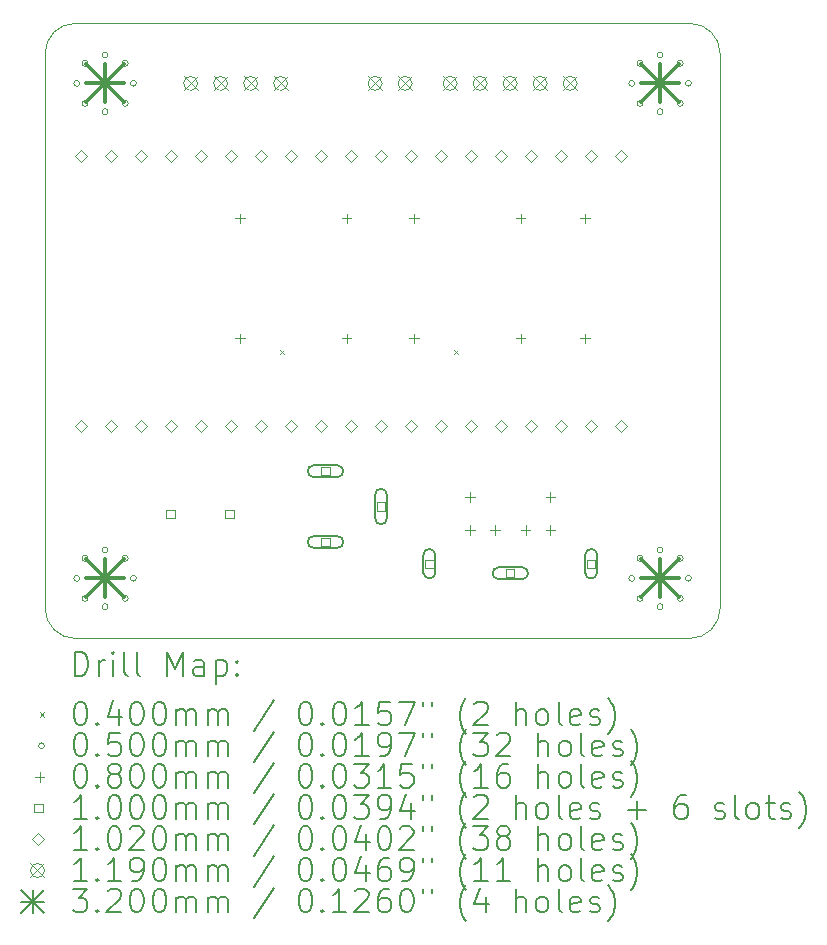
<source format=gbr>
%TF.GenerationSoftware,KiCad,Pcbnew,(6.0.7)*%
%TF.CreationDate,2024-08-27T11:09:28+08:00*%
%TF.ProjectId,KiCad_Esp32_LotNoDisplay,4b694361-645f-4457-9370-33325f4c6f74,rev?*%
%TF.SameCoordinates,Original*%
%TF.FileFunction,Drillmap*%
%TF.FilePolarity,Positive*%
%FSLAX45Y45*%
G04 Gerber Fmt 4.5, Leading zero omitted, Abs format (unit mm)*
G04 Created by KiCad (PCBNEW (6.0.7)) date 2024-08-27 11:09:28*
%MOMM*%
%LPD*%
G01*
G04 APERTURE LIST*
%ADD10C,0.100000*%
%ADD11C,0.200000*%
%ADD12C,0.040000*%
%ADD13C,0.050000*%
%ADD14C,0.080000*%
%ADD15C,0.102000*%
%ADD16C,0.119000*%
%ADD17C,0.320000*%
G04 APERTURE END LIST*
D10*
X2286000Y-2540000D02*
G75*
G03*
X2032000Y-2794000I0J-254000D01*
G01*
X2286000Y-2540000D02*
X7493000Y-2540000D01*
X7493000Y-7747000D02*
G75*
G03*
X7747000Y-7493000I0J254000D01*
G01*
X2032000Y-7493000D02*
G75*
G03*
X2286000Y-7747000I254000J0D01*
G01*
X7493000Y-7747000D02*
X2286000Y-7747000D01*
X2032000Y-7493000D02*
X2032000Y-2794000D01*
X7747000Y-2794000D02*
G75*
G03*
X7493000Y-2540000I-254000J0D01*
G01*
X7747000Y-2794000D02*
X7747000Y-7493000D01*
D11*
D12*
X4018600Y-5301300D02*
X4058600Y-5341300D01*
X4058600Y-5301300D02*
X4018600Y-5341300D01*
X5491800Y-5301300D02*
X5531800Y-5341300D01*
X5531800Y-5301300D02*
X5491800Y-5341300D01*
D13*
X2325000Y-3048000D02*
G75*
G03*
X2325000Y-3048000I-25000J0D01*
G01*
X2325000Y-7239000D02*
G75*
G03*
X2325000Y-7239000I-25000J0D01*
G01*
X2395294Y-2878294D02*
G75*
G03*
X2395294Y-2878294I-25000J0D01*
G01*
X2395294Y-3217706D02*
G75*
G03*
X2395294Y-3217706I-25000J0D01*
G01*
X2395294Y-7069294D02*
G75*
G03*
X2395294Y-7069294I-25000J0D01*
G01*
X2395294Y-7408706D02*
G75*
G03*
X2395294Y-7408706I-25000J0D01*
G01*
X2565000Y-2808000D02*
G75*
G03*
X2565000Y-2808000I-25000J0D01*
G01*
X2565000Y-3288000D02*
G75*
G03*
X2565000Y-3288000I-25000J0D01*
G01*
X2565000Y-6999000D02*
G75*
G03*
X2565000Y-6999000I-25000J0D01*
G01*
X2565000Y-7479000D02*
G75*
G03*
X2565000Y-7479000I-25000J0D01*
G01*
X2734706Y-2878294D02*
G75*
G03*
X2734706Y-2878294I-25000J0D01*
G01*
X2734706Y-3217706D02*
G75*
G03*
X2734706Y-3217706I-25000J0D01*
G01*
X2734706Y-7069294D02*
G75*
G03*
X2734706Y-7069294I-25000J0D01*
G01*
X2734706Y-7408706D02*
G75*
G03*
X2734706Y-7408706I-25000J0D01*
G01*
X2805000Y-3048000D02*
G75*
G03*
X2805000Y-3048000I-25000J0D01*
G01*
X2805000Y-7239000D02*
G75*
G03*
X2805000Y-7239000I-25000J0D01*
G01*
X7024000Y-3048000D02*
G75*
G03*
X7024000Y-3048000I-25000J0D01*
G01*
X7024000Y-7239000D02*
G75*
G03*
X7024000Y-7239000I-25000J0D01*
G01*
X7094294Y-2878294D02*
G75*
G03*
X7094294Y-2878294I-25000J0D01*
G01*
X7094294Y-3217706D02*
G75*
G03*
X7094294Y-3217706I-25000J0D01*
G01*
X7094294Y-7069294D02*
G75*
G03*
X7094294Y-7069294I-25000J0D01*
G01*
X7094294Y-7408706D02*
G75*
G03*
X7094294Y-7408706I-25000J0D01*
G01*
X7264000Y-2808000D02*
G75*
G03*
X7264000Y-2808000I-25000J0D01*
G01*
X7264000Y-3288000D02*
G75*
G03*
X7264000Y-3288000I-25000J0D01*
G01*
X7264000Y-6999000D02*
G75*
G03*
X7264000Y-6999000I-25000J0D01*
G01*
X7264000Y-7479000D02*
G75*
G03*
X7264000Y-7479000I-25000J0D01*
G01*
X7433706Y-2878294D02*
G75*
G03*
X7433706Y-2878294I-25000J0D01*
G01*
X7433706Y-3217706D02*
G75*
G03*
X7433706Y-3217706I-25000J0D01*
G01*
X7433706Y-7069294D02*
G75*
G03*
X7433706Y-7069294I-25000J0D01*
G01*
X7433706Y-7408706D02*
G75*
G03*
X7433706Y-7408706I-25000J0D01*
G01*
X7504000Y-3048000D02*
G75*
G03*
X7504000Y-3048000I-25000J0D01*
G01*
X7504000Y-7239000D02*
G75*
G03*
X7504000Y-7239000I-25000J0D01*
G01*
D14*
X3683000Y-4151000D02*
X3683000Y-4231000D01*
X3643000Y-4191000D02*
X3723000Y-4191000D01*
X3683000Y-5167000D02*
X3683000Y-5247000D01*
X3643000Y-5207000D02*
X3723000Y-5207000D01*
X4585333Y-4151000D02*
X4585333Y-4231000D01*
X4545333Y-4191000D02*
X4625333Y-4191000D01*
X4585333Y-5167000D02*
X4585333Y-5247000D01*
X4545333Y-5207000D02*
X4625333Y-5207000D01*
X5156833Y-4151000D02*
X5156833Y-4231000D01*
X5116833Y-4191000D02*
X5196833Y-4191000D01*
X5156833Y-5167000D02*
X5156833Y-5247000D01*
X5116833Y-5207000D02*
X5196833Y-5207000D01*
X5630754Y-6510294D02*
X5630754Y-6590294D01*
X5590754Y-6550294D02*
X5670754Y-6550294D01*
X5630754Y-6790294D02*
X5630754Y-6870294D01*
X5590754Y-6830294D02*
X5670754Y-6830294D01*
X5840754Y-6790294D02*
X5840754Y-6870294D01*
X5800754Y-6830294D02*
X5880754Y-6830294D01*
X6059166Y-4151000D02*
X6059166Y-4231000D01*
X6019166Y-4191000D02*
X6099166Y-4191000D01*
X6059166Y-5167000D02*
X6059166Y-5247000D01*
X6019166Y-5207000D02*
X6099166Y-5207000D01*
X6100754Y-6790294D02*
X6100754Y-6870294D01*
X6060754Y-6830294D02*
X6140754Y-6830294D01*
X6310754Y-6510294D02*
X6310754Y-6590294D01*
X6270754Y-6550294D02*
X6350754Y-6550294D01*
X6310754Y-6790294D02*
X6310754Y-6870294D01*
X6270754Y-6830294D02*
X6350754Y-6830294D01*
X6604000Y-4151000D02*
X6604000Y-4231000D01*
X6564000Y-4191000D02*
X6644000Y-4191000D01*
X6604000Y-5167000D02*
X6604000Y-5247000D01*
X6564000Y-5207000D02*
X6644000Y-5207000D01*
D10*
X3128148Y-6730860D02*
X3128148Y-6660149D01*
X3057437Y-6660149D01*
X3057437Y-6730860D01*
X3128148Y-6730860D01*
X3628148Y-6730860D02*
X3628148Y-6660149D01*
X3557437Y-6660149D01*
X3557437Y-6730860D01*
X3628148Y-6730860D01*
X4441243Y-6366484D02*
X4441243Y-6295772D01*
X4370531Y-6295772D01*
X4370531Y-6366484D01*
X4441243Y-6366484D01*
D11*
X4305887Y-6381128D02*
X4505887Y-6381128D01*
X4305887Y-6281128D02*
X4505887Y-6281128D01*
X4505887Y-6381128D02*
G75*
G03*
X4505887Y-6281128I0J50000D01*
G01*
X4305887Y-6281128D02*
G75*
G03*
X4305887Y-6381128I0J-50000D01*
G01*
D10*
X4441243Y-6966484D02*
X4441243Y-6895772D01*
X4370531Y-6895772D01*
X4370531Y-6966484D01*
X4441243Y-6966484D01*
D11*
X4305887Y-6981128D02*
X4505887Y-6981128D01*
X4305887Y-6881128D02*
X4505887Y-6881128D01*
X4505887Y-6981128D02*
G75*
G03*
X4505887Y-6881128I0J50000D01*
G01*
X4305887Y-6881128D02*
G75*
G03*
X4305887Y-6981128I0J-50000D01*
G01*
D10*
X4911243Y-6666484D02*
X4911243Y-6595772D01*
X4840531Y-6595772D01*
X4840531Y-6666484D01*
X4911243Y-6666484D01*
D11*
X4925887Y-6731128D02*
X4925887Y-6531128D01*
X4825887Y-6731128D02*
X4825887Y-6531128D01*
X4925887Y-6531128D02*
G75*
G03*
X4825887Y-6531128I-50000J0D01*
G01*
X4825887Y-6731128D02*
G75*
G03*
X4925887Y-6731128I50000J0D01*
G01*
D10*
X5321110Y-7150650D02*
X5321110Y-7079938D01*
X5250398Y-7079938D01*
X5250398Y-7150650D01*
X5321110Y-7150650D01*
D11*
X5235754Y-7040294D02*
X5235754Y-7190294D01*
X5335754Y-7040294D02*
X5335754Y-7190294D01*
X5235754Y-7190294D02*
G75*
G03*
X5335754Y-7190294I50000J0D01*
G01*
X5335754Y-7040294D02*
G75*
G03*
X5235754Y-7040294I-50000J0D01*
G01*
D10*
X6006110Y-7230650D02*
X6006110Y-7159938D01*
X5935398Y-7159938D01*
X5935398Y-7230650D01*
X6006110Y-7230650D01*
D11*
X5870754Y-7245294D02*
X6070754Y-7245294D01*
X5870754Y-7145294D02*
X6070754Y-7145294D01*
X6070754Y-7245294D02*
G75*
G03*
X6070754Y-7145294I0J50000D01*
G01*
X5870754Y-7145294D02*
G75*
G03*
X5870754Y-7245294I0J-50000D01*
G01*
D10*
X6691110Y-7150650D02*
X6691110Y-7079938D01*
X6620398Y-7079938D01*
X6620398Y-7150650D01*
X6691110Y-7150650D01*
D11*
X6605754Y-7040294D02*
X6605754Y-7190294D01*
X6705754Y-7040294D02*
X6705754Y-7190294D01*
X6605754Y-7190294D02*
G75*
G03*
X6705754Y-7190294I50000J0D01*
G01*
X6705754Y-7040294D02*
G75*
G03*
X6605754Y-7040294I-50000J0D01*
G01*
D15*
X2335548Y-3716881D02*
X2386548Y-3665881D01*
X2335548Y-3614881D01*
X2284548Y-3665881D01*
X2335548Y-3716881D01*
X2336548Y-6002881D02*
X2387548Y-5951881D01*
X2336548Y-5900881D01*
X2285548Y-5951881D01*
X2336548Y-6002881D01*
X2589548Y-3716881D02*
X2640548Y-3665881D01*
X2589548Y-3614881D01*
X2538548Y-3665881D01*
X2589548Y-3716881D01*
X2590548Y-6002881D02*
X2641548Y-5951881D01*
X2590548Y-5900881D01*
X2539548Y-5951881D01*
X2590548Y-6002881D01*
X2843547Y-3716881D02*
X2894547Y-3665881D01*
X2843547Y-3614881D01*
X2792548Y-3665881D01*
X2843547Y-3716881D01*
X2844547Y-6002881D02*
X2895547Y-5951881D01*
X2844547Y-5900881D01*
X2793548Y-5951881D01*
X2844547Y-6002881D01*
X3097547Y-3716881D02*
X3148547Y-3665881D01*
X3097547Y-3614881D01*
X3046547Y-3665881D01*
X3097547Y-3716881D01*
X3098547Y-6002881D02*
X3149547Y-5951881D01*
X3098547Y-5900881D01*
X3047547Y-5951881D01*
X3098547Y-6002881D01*
X3351547Y-3716881D02*
X3402547Y-3665881D01*
X3351547Y-3614881D01*
X3300547Y-3665881D01*
X3351547Y-3716881D01*
X3352547Y-6002881D02*
X3403547Y-5951881D01*
X3352547Y-5900881D01*
X3301547Y-5951881D01*
X3352547Y-6002881D01*
X3605547Y-3716881D02*
X3656547Y-3665881D01*
X3605547Y-3614881D01*
X3554547Y-3665881D01*
X3605547Y-3716881D01*
X3606547Y-6002881D02*
X3657547Y-5951881D01*
X3606547Y-5900881D01*
X3555547Y-5951881D01*
X3606547Y-6002881D01*
X3859547Y-3716881D02*
X3910547Y-3665881D01*
X3859547Y-3614881D01*
X3808547Y-3665881D01*
X3859547Y-3716881D01*
X3860547Y-6002881D02*
X3911547Y-5951881D01*
X3860547Y-5900881D01*
X3809547Y-5951881D01*
X3860547Y-6002881D01*
X4113547Y-3716881D02*
X4164547Y-3665881D01*
X4113547Y-3614881D01*
X4062547Y-3665881D01*
X4113547Y-3716881D01*
X4114547Y-6002881D02*
X4165547Y-5951881D01*
X4114547Y-5900881D01*
X4063547Y-5951881D01*
X4114547Y-6002881D01*
X4367548Y-3716881D02*
X4418548Y-3665881D01*
X4367548Y-3614881D01*
X4316548Y-3665881D01*
X4367548Y-3716881D01*
X4368548Y-6002881D02*
X4419548Y-5951881D01*
X4368548Y-5900881D01*
X4317548Y-5951881D01*
X4368548Y-6002881D01*
X4621548Y-3716881D02*
X4672548Y-3665881D01*
X4621548Y-3614881D01*
X4570548Y-3665881D01*
X4621548Y-3716881D01*
X4622548Y-6002881D02*
X4673548Y-5951881D01*
X4622548Y-5900881D01*
X4571548Y-5951881D01*
X4622548Y-6002881D01*
X4875548Y-3716881D02*
X4926548Y-3665881D01*
X4875548Y-3614881D01*
X4824548Y-3665881D01*
X4875548Y-3716881D01*
X4876548Y-6002881D02*
X4927548Y-5951881D01*
X4876548Y-5900881D01*
X4825548Y-5951881D01*
X4876548Y-6002881D01*
X5129548Y-3716881D02*
X5180548Y-3665881D01*
X5129548Y-3614881D01*
X5078548Y-3665881D01*
X5129548Y-3716881D01*
X5130548Y-6002881D02*
X5181548Y-5951881D01*
X5130548Y-5900881D01*
X5079548Y-5951881D01*
X5130548Y-6002881D01*
X5383548Y-3716881D02*
X5434548Y-3665881D01*
X5383548Y-3614881D01*
X5332548Y-3665881D01*
X5383548Y-3716881D01*
X5384548Y-6002881D02*
X5435548Y-5951881D01*
X5384548Y-5900881D01*
X5333548Y-5951881D01*
X5384548Y-6002881D01*
X5637547Y-3716881D02*
X5688547Y-3665881D01*
X5637547Y-3614881D01*
X5586548Y-3665881D01*
X5637547Y-3716881D01*
X5638547Y-6002881D02*
X5689547Y-5951881D01*
X5638547Y-5900881D01*
X5587548Y-5951881D01*
X5638547Y-6002881D01*
X5891547Y-3716881D02*
X5942547Y-3665881D01*
X5891547Y-3614881D01*
X5840547Y-3665881D01*
X5891547Y-3716881D01*
X5892547Y-6002881D02*
X5943547Y-5951881D01*
X5892547Y-5900881D01*
X5841547Y-5951881D01*
X5892547Y-6002881D01*
X6145547Y-3716881D02*
X6196547Y-3665881D01*
X6145547Y-3614881D01*
X6094547Y-3665881D01*
X6145547Y-3716881D01*
X6146547Y-6002881D02*
X6197547Y-5951881D01*
X6146547Y-5900881D01*
X6095547Y-5951881D01*
X6146547Y-6002881D01*
X6399547Y-3716881D02*
X6450547Y-3665881D01*
X6399547Y-3614881D01*
X6348547Y-3665881D01*
X6399547Y-3716881D01*
X6400547Y-6002881D02*
X6451547Y-5951881D01*
X6400547Y-5900881D01*
X6349547Y-5951881D01*
X6400547Y-6002881D01*
X6653547Y-3716881D02*
X6704547Y-3665881D01*
X6653547Y-3614881D01*
X6602547Y-3665881D01*
X6653547Y-3716881D01*
X6654547Y-6002881D02*
X6705547Y-5951881D01*
X6654547Y-5900881D01*
X6603547Y-5951881D01*
X6654547Y-6002881D01*
X6907547Y-3716881D02*
X6958547Y-3665881D01*
X6907547Y-3614881D01*
X6856547Y-3665881D01*
X6907547Y-3716881D01*
X6908547Y-6002881D02*
X6959547Y-5951881D01*
X6908547Y-5900881D01*
X6857547Y-5951881D01*
X6908547Y-6002881D01*
D16*
X3204400Y-2988500D02*
X3323400Y-3107500D01*
X3323400Y-2988500D02*
X3204400Y-3107500D01*
X3323400Y-3048000D02*
G75*
G03*
X3323400Y-3048000I-59500J0D01*
G01*
X3458400Y-2988500D02*
X3577400Y-3107500D01*
X3577400Y-2988500D02*
X3458400Y-3107500D01*
X3577400Y-3048000D02*
G75*
G03*
X3577400Y-3048000I-59500J0D01*
G01*
X3712400Y-2988500D02*
X3831400Y-3107500D01*
X3831400Y-2988500D02*
X3712400Y-3107500D01*
X3831400Y-3048000D02*
G75*
G03*
X3831400Y-3048000I-59500J0D01*
G01*
X3966400Y-2988500D02*
X4085400Y-3107500D01*
X4085400Y-2988500D02*
X3966400Y-3107500D01*
X4085400Y-3048000D02*
G75*
G03*
X4085400Y-3048000I-59500J0D01*
G01*
X4766500Y-2988500D02*
X4885500Y-3107500D01*
X4885500Y-2988500D02*
X4766500Y-3107500D01*
X4885500Y-3048000D02*
G75*
G03*
X4885500Y-3048000I-59500J0D01*
G01*
X5020500Y-2988500D02*
X5139500Y-3107500D01*
X5139500Y-2988500D02*
X5020500Y-3107500D01*
X5139500Y-3048000D02*
G75*
G03*
X5139500Y-3048000I-59500J0D01*
G01*
X5401500Y-2988500D02*
X5520500Y-3107500D01*
X5520500Y-2988500D02*
X5401500Y-3107500D01*
X5520500Y-3048000D02*
G75*
G03*
X5520500Y-3048000I-59500J0D01*
G01*
X5655500Y-2988500D02*
X5774500Y-3107500D01*
X5774500Y-2988500D02*
X5655500Y-3107500D01*
X5774500Y-3048000D02*
G75*
G03*
X5774500Y-3048000I-59500J0D01*
G01*
X5909500Y-2988500D02*
X6028500Y-3107500D01*
X6028500Y-2988500D02*
X5909500Y-3107500D01*
X6028500Y-3048000D02*
G75*
G03*
X6028500Y-3048000I-59500J0D01*
G01*
X6163500Y-2988500D02*
X6282500Y-3107500D01*
X6282500Y-2988500D02*
X6163500Y-3107500D01*
X6282500Y-3048000D02*
G75*
G03*
X6282500Y-3048000I-59500J0D01*
G01*
X6417500Y-2988500D02*
X6536500Y-3107500D01*
X6536500Y-2988500D02*
X6417500Y-3107500D01*
X6536500Y-3048000D02*
G75*
G03*
X6536500Y-3048000I-59500J0D01*
G01*
D17*
X2380000Y-2888000D02*
X2700000Y-3208000D01*
X2700000Y-2888000D02*
X2380000Y-3208000D01*
X2540000Y-2888000D02*
X2540000Y-3208000D01*
X2380000Y-3048000D02*
X2700000Y-3048000D01*
X2380000Y-7079000D02*
X2700000Y-7399000D01*
X2700000Y-7079000D02*
X2380000Y-7399000D01*
X2540000Y-7079000D02*
X2540000Y-7399000D01*
X2380000Y-7239000D02*
X2700000Y-7239000D01*
X7079000Y-2888000D02*
X7399000Y-3208000D01*
X7399000Y-2888000D02*
X7079000Y-3208000D01*
X7239000Y-2888000D02*
X7239000Y-3208000D01*
X7079000Y-3048000D02*
X7399000Y-3048000D01*
X7079000Y-7079000D02*
X7399000Y-7399000D01*
X7399000Y-7079000D02*
X7079000Y-7399000D01*
X7239000Y-7079000D02*
X7239000Y-7399000D01*
X7079000Y-7239000D02*
X7399000Y-7239000D01*
D11*
X2284619Y-8062476D02*
X2284619Y-7862476D01*
X2332238Y-7862476D01*
X2360810Y-7872000D01*
X2379857Y-7891048D01*
X2389381Y-7910095D01*
X2398905Y-7948190D01*
X2398905Y-7976762D01*
X2389381Y-8014857D01*
X2379857Y-8033905D01*
X2360810Y-8052952D01*
X2332238Y-8062476D01*
X2284619Y-8062476D01*
X2484619Y-8062476D02*
X2484619Y-7929143D01*
X2484619Y-7967238D02*
X2494143Y-7948190D01*
X2503667Y-7938667D01*
X2522714Y-7929143D01*
X2541762Y-7929143D01*
X2608429Y-8062476D02*
X2608429Y-7929143D01*
X2608429Y-7862476D02*
X2598905Y-7872000D01*
X2608429Y-7881524D01*
X2617952Y-7872000D01*
X2608429Y-7862476D01*
X2608429Y-7881524D01*
X2732238Y-8062476D02*
X2713190Y-8052952D01*
X2703667Y-8033905D01*
X2703667Y-7862476D01*
X2837000Y-8062476D02*
X2817952Y-8052952D01*
X2808428Y-8033905D01*
X2808428Y-7862476D01*
X3065571Y-8062476D02*
X3065571Y-7862476D01*
X3132238Y-8005333D01*
X3198905Y-7862476D01*
X3198905Y-8062476D01*
X3379857Y-8062476D02*
X3379857Y-7957714D01*
X3370333Y-7938667D01*
X3351286Y-7929143D01*
X3313190Y-7929143D01*
X3294143Y-7938667D01*
X3379857Y-8052952D02*
X3360809Y-8062476D01*
X3313190Y-8062476D01*
X3294143Y-8052952D01*
X3284619Y-8033905D01*
X3284619Y-8014857D01*
X3294143Y-7995809D01*
X3313190Y-7986286D01*
X3360809Y-7986286D01*
X3379857Y-7976762D01*
X3475095Y-7929143D02*
X3475095Y-8129143D01*
X3475095Y-7938667D02*
X3494143Y-7929143D01*
X3532238Y-7929143D01*
X3551286Y-7938667D01*
X3560809Y-7948190D01*
X3570333Y-7967238D01*
X3570333Y-8024381D01*
X3560809Y-8043428D01*
X3551286Y-8052952D01*
X3532238Y-8062476D01*
X3494143Y-8062476D01*
X3475095Y-8052952D01*
X3656048Y-8043428D02*
X3665571Y-8052952D01*
X3656048Y-8062476D01*
X3646524Y-8052952D01*
X3656048Y-8043428D01*
X3656048Y-8062476D01*
X3656048Y-7938667D02*
X3665571Y-7948190D01*
X3656048Y-7957714D01*
X3646524Y-7948190D01*
X3656048Y-7938667D01*
X3656048Y-7957714D01*
D12*
X1987000Y-8372000D02*
X2027000Y-8412000D01*
X2027000Y-8372000D02*
X1987000Y-8412000D01*
D11*
X2322714Y-8282476D02*
X2341762Y-8282476D01*
X2360810Y-8292000D01*
X2370333Y-8301524D01*
X2379857Y-8320571D01*
X2389381Y-8358667D01*
X2389381Y-8406286D01*
X2379857Y-8444381D01*
X2370333Y-8463429D01*
X2360810Y-8472952D01*
X2341762Y-8482476D01*
X2322714Y-8482476D01*
X2303667Y-8472952D01*
X2294143Y-8463429D01*
X2284619Y-8444381D01*
X2275095Y-8406286D01*
X2275095Y-8358667D01*
X2284619Y-8320571D01*
X2294143Y-8301524D01*
X2303667Y-8292000D01*
X2322714Y-8282476D01*
X2475095Y-8463429D02*
X2484619Y-8472952D01*
X2475095Y-8482476D01*
X2465571Y-8472952D01*
X2475095Y-8463429D01*
X2475095Y-8482476D01*
X2656048Y-8349143D02*
X2656048Y-8482476D01*
X2608429Y-8272952D02*
X2560810Y-8415810D01*
X2684619Y-8415810D01*
X2798905Y-8282476D02*
X2817952Y-8282476D01*
X2837000Y-8292000D01*
X2846524Y-8301524D01*
X2856048Y-8320571D01*
X2865571Y-8358667D01*
X2865571Y-8406286D01*
X2856048Y-8444381D01*
X2846524Y-8463429D01*
X2837000Y-8472952D01*
X2817952Y-8482476D01*
X2798905Y-8482476D01*
X2779857Y-8472952D01*
X2770333Y-8463429D01*
X2760810Y-8444381D01*
X2751286Y-8406286D01*
X2751286Y-8358667D01*
X2760810Y-8320571D01*
X2770333Y-8301524D01*
X2779857Y-8292000D01*
X2798905Y-8282476D01*
X2989381Y-8282476D02*
X3008428Y-8282476D01*
X3027476Y-8292000D01*
X3037000Y-8301524D01*
X3046524Y-8320571D01*
X3056048Y-8358667D01*
X3056048Y-8406286D01*
X3046524Y-8444381D01*
X3037000Y-8463429D01*
X3027476Y-8472952D01*
X3008428Y-8482476D01*
X2989381Y-8482476D01*
X2970333Y-8472952D01*
X2960809Y-8463429D01*
X2951286Y-8444381D01*
X2941762Y-8406286D01*
X2941762Y-8358667D01*
X2951286Y-8320571D01*
X2960809Y-8301524D01*
X2970333Y-8292000D01*
X2989381Y-8282476D01*
X3141762Y-8482476D02*
X3141762Y-8349143D01*
X3141762Y-8368190D02*
X3151286Y-8358667D01*
X3170333Y-8349143D01*
X3198905Y-8349143D01*
X3217952Y-8358667D01*
X3227476Y-8377714D01*
X3227476Y-8482476D01*
X3227476Y-8377714D02*
X3237000Y-8358667D01*
X3256048Y-8349143D01*
X3284619Y-8349143D01*
X3303667Y-8358667D01*
X3313190Y-8377714D01*
X3313190Y-8482476D01*
X3408428Y-8482476D02*
X3408428Y-8349143D01*
X3408428Y-8368190D02*
X3417952Y-8358667D01*
X3437000Y-8349143D01*
X3465571Y-8349143D01*
X3484619Y-8358667D01*
X3494143Y-8377714D01*
X3494143Y-8482476D01*
X3494143Y-8377714D02*
X3503667Y-8358667D01*
X3522714Y-8349143D01*
X3551286Y-8349143D01*
X3570333Y-8358667D01*
X3579857Y-8377714D01*
X3579857Y-8482476D01*
X3970333Y-8272952D02*
X3798905Y-8530095D01*
X4227476Y-8282476D02*
X4246524Y-8282476D01*
X4265571Y-8292000D01*
X4275095Y-8301524D01*
X4284619Y-8320571D01*
X4294143Y-8358667D01*
X4294143Y-8406286D01*
X4284619Y-8444381D01*
X4275095Y-8463429D01*
X4265571Y-8472952D01*
X4246524Y-8482476D01*
X4227476Y-8482476D01*
X4208429Y-8472952D01*
X4198905Y-8463429D01*
X4189381Y-8444381D01*
X4179857Y-8406286D01*
X4179857Y-8358667D01*
X4189381Y-8320571D01*
X4198905Y-8301524D01*
X4208429Y-8292000D01*
X4227476Y-8282476D01*
X4379857Y-8463429D02*
X4389381Y-8472952D01*
X4379857Y-8482476D01*
X4370333Y-8472952D01*
X4379857Y-8463429D01*
X4379857Y-8482476D01*
X4513190Y-8282476D02*
X4532238Y-8282476D01*
X4551286Y-8292000D01*
X4560810Y-8301524D01*
X4570333Y-8320571D01*
X4579857Y-8358667D01*
X4579857Y-8406286D01*
X4570333Y-8444381D01*
X4560810Y-8463429D01*
X4551286Y-8472952D01*
X4532238Y-8482476D01*
X4513190Y-8482476D01*
X4494143Y-8472952D01*
X4484619Y-8463429D01*
X4475095Y-8444381D01*
X4465571Y-8406286D01*
X4465571Y-8358667D01*
X4475095Y-8320571D01*
X4484619Y-8301524D01*
X4494143Y-8292000D01*
X4513190Y-8282476D01*
X4770333Y-8482476D02*
X4656048Y-8482476D01*
X4713190Y-8482476D02*
X4713190Y-8282476D01*
X4694143Y-8311048D01*
X4675095Y-8330095D01*
X4656048Y-8339619D01*
X4951286Y-8282476D02*
X4856048Y-8282476D01*
X4846524Y-8377714D01*
X4856048Y-8368190D01*
X4875095Y-8358667D01*
X4922714Y-8358667D01*
X4941762Y-8368190D01*
X4951286Y-8377714D01*
X4960810Y-8396762D01*
X4960810Y-8444381D01*
X4951286Y-8463429D01*
X4941762Y-8472952D01*
X4922714Y-8482476D01*
X4875095Y-8482476D01*
X4856048Y-8472952D01*
X4846524Y-8463429D01*
X5027476Y-8282476D02*
X5160810Y-8282476D01*
X5075095Y-8482476D01*
X5227476Y-8282476D02*
X5227476Y-8320571D01*
X5303667Y-8282476D02*
X5303667Y-8320571D01*
X5598905Y-8558667D02*
X5589381Y-8549143D01*
X5570333Y-8520571D01*
X5560810Y-8501524D01*
X5551286Y-8472952D01*
X5541762Y-8425333D01*
X5541762Y-8387238D01*
X5551286Y-8339619D01*
X5560810Y-8311048D01*
X5570333Y-8292000D01*
X5589381Y-8263428D01*
X5598905Y-8253905D01*
X5665571Y-8301524D02*
X5675095Y-8292000D01*
X5694143Y-8282476D01*
X5741762Y-8282476D01*
X5760809Y-8292000D01*
X5770333Y-8301524D01*
X5779857Y-8320571D01*
X5779857Y-8339619D01*
X5770333Y-8368190D01*
X5656048Y-8482476D01*
X5779857Y-8482476D01*
X6017952Y-8482476D02*
X6017952Y-8282476D01*
X6103667Y-8482476D02*
X6103667Y-8377714D01*
X6094143Y-8358667D01*
X6075095Y-8349143D01*
X6046524Y-8349143D01*
X6027476Y-8358667D01*
X6017952Y-8368190D01*
X6227476Y-8482476D02*
X6208428Y-8472952D01*
X6198905Y-8463429D01*
X6189381Y-8444381D01*
X6189381Y-8387238D01*
X6198905Y-8368190D01*
X6208428Y-8358667D01*
X6227476Y-8349143D01*
X6256048Y-8349143D01*
X6275095Y-8358667D01*
X6284619Y-8368190D01*
X6294143Y-8387238D01*
X6294143Y-8444381D01*
X6284619Y-8463429D01*
X6275095Y-8472952D01*
X6256048Y-8482476D01*
X6227476Y-8482476D01*
X6408428Y-8482476D02*
X6389381Y-8472952D01*
X6379857Y-8453905D01*
X6379857Y-8282476D01*
X6560809Y-8472952D02*
X6541762Y-8482476D01*
X6503667Y-8482476D01*
X6484619Y-8472952D01*
X6475095Y-8453905D01*
X6475095Y-8377714D01*
X6484619Y-8358667D01*
X6503667Y-8349143D01*
X6541762Y-8349143D01*
X6560809Y-8358667D01*
X6570333Y-8377714D01*
X6570333Y-8396762D01*
X6475095Y-8415810D01*
X6646524Y-8472952D02*
X6665571Y-8482476D01*
X6703667Y-8482476D01*
X6722714Y-8472952D01*
X6732238Y-8453905D01*
X6732238Y-8444381D01*
X6722714Y-8425333D01*
X6703667Y-8415810D01*
X6675095Y-8415810D01*
X6656048Y-8406286D01*
X6646524Y-8387238D01*
X6646524Y-8377714D01*
X6656048Y-8358667D01*
X6675095Y-8349143D01*
X6703667Y-8349143D01*
X6722714Y-8358667D01*
X6798905Y-8558667D02*
X6808428Y-8549143D01*
X6827476Y-8520571D01*
X6837000Y-8501524D01*
X6846524Y-8472952D01*
X6856048Y-8425333D01*
X6856048Y-8387238D01*
X6846524Y-8339619D01*
X6837000Y-8311048D01*
X6827476Y-8292000D01*
X6808428Y-8263428D01*
X6798905Y-8253905D01*
D13*
X2027000Y-8656000D02*
G75*
G03*
X2027000Y-8656000I-25000J0D01*
G01*
D11*
X2322714Y-8546476D02*
X2341762Y-8546476D01*
X2360810Y-8556000D01*
X2370333Y-8565524D01*
X2379857Y-8584571D01*
X2389381Y-8622667D01*
X2389381Y-8670286D01*
X2379857Y-8708381D01*
X2370333Y-8727429D01*
X2360810Y-8736952D01*
X2341762Y-8746476D01*
X2322714Y-8746476D01*
X2303667Y-8736952D01*
X2294143Y-8727429D01*
X2284619Y-8708381D01*
X2275095Y-8670286D01*
X2275095Y-8622667D01*
X2284619Y-8584571D01*
X2294143Y-8565524D01*
X2303667Y-8556000D01*
X2322714Y-8546476D01*
X2475095Y-8727429D02*
X2484619Y-8736952D01*
X2475095Y-8746476D01*
X2465571Y-8736952D01*
X2475095Y-8727429D01*
X2475095Y-8746476D01*
X2665571Y-8546476D02*
X2570333Y-8546476D01*
X2560810Y-8641714D01*
X2570333Y-8632190D01*
X2589381Y-8622667D01*
X2637000Y-8622667D01*
X2656048Y-8632190D01*
X2665571Y-8641714D01*
X2675095Y-8660762D01*
X2675095Y-8708381D01*
X2665571Y-8727429D01*
X2656048Y-8736952D01*
X2637000Y-8746476D01*
X2589381Y-8746476D01*
X2570333Y-8736952D01*
X2560810Y-8727429D01*
X2798905Y-8546476D02*
X2817952Y-8546476D01*
X2837000Y-8556000D01*
X2846524Y-8565524D01*
X2856048Y-8584571D01*
X2865571Y-8622667D01*
X2865571Y-8670286D01*
X2856048Y-8708381D01*
X2846524Y-8727429D01*
X2837000Y-8736952D01*
X2817952Y-8746476D01*
X2798905Y-8746476D01*
X2779857Y-8736952D01*
X2770333Y-8727429D01*
X2760810Y-8708381D01*
X2751286Y-8670286D01*
X2751286Y-8622667D01*
X2760810Y-8584571D01*
X2770333Y-8565524D01*
X2779857Y-8556000D01*
X2798905Y-8546476D01*
X2989381Y-8546476D02*
X3008428Y-8546476D01*
X3027476Y-8556000D01*
X3037000Y-8565524D01*
X3046524Y-8584571D01*
X3056048Y-8622667D01*
X3056048Y-8670286D01*
X3046524Y-8708381D01*
X3037000Y-8727429D01*
X3027476Y-8736952D01*
X3008428Y-8746476D01*
X2989381Y-8746476D01*
X2970333Y-8736952D01*
X2960809Y-8727429D01*
X2951286Y-8708381D01*
X2941762Y-8670286D01*
X2941762Y-8622667D01*
X2951286Y-8584571D01*
X2960809Y-8565524D01*
X2970333Y-8556000D01*
X2989381Y-8546476D01*
X3141762Y-8746476D02*
X3141762Y-8613143D01*
X3141762Y-8632190D02*
X3151286Y-8622667D01*
X3170333Y-8613143D01*
X3198905Y-8613143D01*
X3217952Y-8622667D01*
X3227476Y-8641714D01*
X3227476Y-8746476D01*
X3227476Y-8641714D02*
X3237000Y-8622667D01*
X3256048Y-8613143D01*
X3284619Y-8613143D01*
X3303667Y-8622667D01*
X3313190Y-8641714D01*
X3313190Y-8746476D01*
X3408428Y-8746476D02*
X3408428Y-8613143D01*
X3408428Y-8632190D02*
X3417952Y-8622667D01*
X3437000Y-8613143D01*
X3465571Y-8613143D01*
X3484619Y-8622667D01*
X3494143Y-8641714D01*
X3494143Y-8746476D01*
X3494143Y-8641714D02*
X3503667Y-8622667D01*
X3522714Y-8613143D01*
X3551286Y-8613143D01*
X3570333Y-8622667D01*
X3579857Y-8641714D01*
X3579857Y-8746476D01*
X3970333Y-8536952D02*
X3798905Y-8794095D01*
X4227476Y-8546476D02*
X4246524Y-8546476D01*
X4265571Y-8556000D01*
X4275095Y-8565524D01*
X4284619Y-8584571D01*
X4294143Y-8622667D01*
X4294143Y-8670286D01*
X4284619Y-8708381D01*
X4275095Y-8727429D01*
X4265571Y-8736952D01*
X4246524Y-8746476D01*
X4227476Y-8746476D01*
X4208429Y-8736952D01*
X4198905Y-8727429D01*
X4189381Y-8708381D01*
X4179857Y-8670286D01*
X4179857Y-8622667D01*
X4189381Y-8584571D01*
X4198905Y-8565524D01*
X4208429Y-8556000D01*
X4227476Y-8546476D01*
X4379857Y-8727429D02*
X4389381Y-8736952D01*
X4379857Y-8746476D01*
X4370333Y-8736952D01*
X4379857Y-8727429D01*
X4379857Y-8746476D01*
X4513190Y-8546476D02*
X4532238Y-8546476D01*
X4551286Y-8556000D01*
X4560810Y-8565524D01*
X4570333Y-8584571D01*
X4579857Y-8622667D01*
X4579857Y-8670286D01*
X4570333Y-8708381D01*
X4560810Y-8727429D01*
X4551286Y-8736952D01*
X4532238Y-8746476D01*
X4513190Y-8746476D01*
X4494143Y-8736952D01*
X4484619Y-8727429D01*
X4475095Y-8708381D01*
X4465571Y-8670286D01*
X4465571Y-8622667D01*
X4475095Y-8584571D01*
X4484619Y-8565524D01*
X4494143Y-8556000D01*
X4513190Y-8546476D01*
X4770333Y-8746476D02*
X4656048Y-8746476D01*
X4713190Y-8746476D02*
X4713190Y-8546476D01*
X4694143Y-8575048D01*
X4675095Y-8594095D01*
X4656048Y-8603619D01*
X4865571Y-8746476D02*
X4903667Y-8746476D01*
X4922714Y-8736952D01*
X4932238Y-8727429D01*
X4951286Y-8698857D01*
X4960810Y-8660762D01*
X4960810Y-8584571D01*
X4951286Y-8565524D01*
X4941762Y-8556000D01*
X4922714Y-8546476D01*
X4884619Y-8546476D01*
X4865571Y-8556000D01*
X4856048Y-8565524D01*
X4846524Y-8584571D01*
X4846524Y-8632190D01*
X4856048Y-8651238D01*
X4865571Y-8660762D01*
X4884619Y-8670286D01*
X4922714Y-8670286D01*
X4941762Y-8660762D01*
X4951286Y-8651238D01*
X4960810Y-8632190D01*
X5027476Y-8546476D02*
X5160810Y-8546476D01*
X5075095Y-8746476D01*
X5227476Y-8546476D02*
X5227476Y-8584571D01*
X5303667Y-8546476D02*
X5303667Y-8584571D01*
X5598905Y-8822667D02*
X5589381Y-8813143D01*
X5570333Y-8784571D01*
X5560810Y-8765524D01*
X5551286Y-8736952D01*
X5541762Y-8689333D01*
X5541762Y-8651238D01*
X5551286Y-8603619D01*
X5560810Y-8575048D01*
X5570333Y-8556000D01*
X5589381Y-8527429D01*
X5598905Y-8517905D01*
X5656048Y-8546476D02*
X5779857Y-8546476D01*
X5713190Y-8622667D01*
X5741762Y-8622667D01*
X5760809Y-8632190D01*
X5770333Y-8641714D01*
X5779857Y-8660762D01*
X5779857Y-8708381D01*
X5770333Y-8727429D01*
X5760809Y-8736952D01*
X5741762Y-8746476D01*
X5684619Y-8746476D01*
X5665571Y-8736952D01*
X5656048Y-8727429D01*
X5856048Y-8565524D02*
X5865571Y-8556000D01*
X5884619Y-8546476D01*
X5932238Y-8546476D01*
X5951286Y-8556000D01*
X5960809Y-8565524D01*
X5970333Y-8584571D01*
X5970333Y-8603619D01*
X5960809Y-8632190D01*
X5846524Y-8746476D01*
X5970333Y-8746476D01*
X6208428Y-8746476D02*
X6208428Y-8546476D01*
X6294143Y-8746476D02*
X6294143Y-8641714D01*
X6284619Y-8622667D01*
X6265571Y-8613143D01*
X6237000Y-8613143D01*
X6217952Y-8622667D01*
X6208428Y-8632190D01*
X6417952Y-8746476D02*
X6398905Y-8736952D01*
X6389381Y-8727429D01*
X6379857Y-8708381D01*
X6379857Y-8651238D01*
X6389381Y-8632190D01*
X6398905Y-8622667D01*
X6417952Y-8613143D01*
X6446524Y-8613143D01*
X6465571Y-8622667D01*
X6475095Y-8632190D01*
X6484619Y-8651238D01*
X6484619Y-8708381D01*
X6475095Y-8727429D01*
X6465571Y-8736952D01*
X6446524Y-8746476D01*
X6417952Y-8746476D01*
X6598905Y-8746476D02*
X6579857Y-8736952D01*
X6570333Y-8717905D01*
X6570333Y-8546476D01*
X6751286Y-8736952D02*
X6732238Y-8746476D01*
X6694143Y-8746476D01*
X6675095Y-8736952D01*
X6665571Y-8717905D01*
X6665571Y-8641714D01*
X6675095Y-8622667D01*
X6694143Y-8613143D01*
X6732238Y-8613143D01*
X6751286Y-8622667D01*
X6760809Y-8641714D01*
X6760809Y-8660762D01*
X6665571Y-8679810D01*
X6837000Y-8736952D02*
X6856048Y-8746476D01*
X6894143Y-8746476D01*
X6913190Y-8736952D01*
X6922714Y-8717905D01*
X6922714Y-8708381D01*
X6913190Y-8689333D01*
X6894143Y-8679810D01*
X6865571Y-8679810D01*
X6846524Y-8670286D01*
X6837000Y-8651238D01*
X6837000Y-8641714D01*
X6846524Y-8622667D01*
X6865571Y-8613143D01*
X6894143Y-8613143D01*
X6913190Y-8622667D01*
X6989381Y-8822667D02*
X6998905Y-8813143D01*
X7017952Y-8784571D01*
X7027476Y-8765524D01*
X7037000Y-8736952D01*
X7046524Y-8689333D01*
X7046524Y-8651238D01*
X7037000Y-8603619D01*
X7027476Y-8575048D01*
X7017952Y-8556000D01*
X6998905Y-8527429D01*
X6989381Y-8517905D01*
D14*
X1987000Y-8880000D02*
X1987000Y-8960000D01*
X1947000Y-8920000D02*
X2027000Y-8920000D01*
D11*
X2322714Y-8810476D02*
X2341762Y-8810476D01*
X2360810Y-8820000D01*
X2370333Y-8829524D01*
X2379857Y-8848571D01*
X2389381Y-8886667D01*
X2389381Y-8934286D01*
X2379857Y-8972381D01*
X2370333Y-8991429D01*
X2360810Y-9000952D01*
X2341762Y-9010476D01*
X2322714Y-9010476D01*
X2303667Y-9000952D01*
X2294143Y-8991429D01*
X2284619Y-8972381D01*
X2275095Y-8934286D01*
X2275095Y-8886667D01*
X2284619Y-8848571D01*
X2294143Y-8829524D01*
X2303667Y-8820000D01*
X2322714Y-8810476D01*
X2475095Y-8991429D02*
X2484619Y-9000952D01*
X2475095Y-9010476D01*
X2465571Y-9000952D01*
X2475095Y-8991429D01*
X2475095Y-9010476D01*
X2598905Y-8896190D02*
X2579857Y-8886667D01*
X2570333Y-8877143D01*
X2560810Y-8858095D01*
X2560810Y-8848571D01*
X2570333Y-8829524D01*
X2579857Y-8820000D01*
X2598905Y-8810476D01*
X2637000Y-8810476D01*
X2656048Y-8820000D01*
X2665571Y-8829524D01*
X2675095Y-8848571D01*
X2675095Y-8858095D01*
X2665571Y-8877143D01*
X2656048Y-8886667D01*
X2637000Y-8896190D01*
X2598905Y-8896190D01*
X2579857Y-8905714D01*
X2570333Y-8915238D01*
X2560810Y-8934286D01*
X2560810Y-8972381D01*
X2570333Y-8991429D01*
X2579857Y-9000952D01*
X2598905Y-9010476D01*
X2637000Y-9010476D01*
X2656048Y-9000952D01*
X2665571Y-8991429D01*
X2675095Y-8972381D01*
X2675095Y-8934286D01*
X2665571Y-8915238D01*
X2656048Y-8905714D01*
X2637000Y-8896190D01*
X2798905Y-8810476D02*
X2817952Y-8810476D01*
X2837000Y-8820000D01*
X2846524Y-8829524D01*
X2856048Y-8848571D01*
X2865571Y-8886667D01*
X2865571Y-8934286D01*
X2856048Y-8972381D01*
X2846524Y-8991429D01*
X2837000Y-9000952D01*
X2817952Y-9010476D01*
X2798905Y-9010476D01*
X2779857Y-9000952D01*
X2770333Y-8991429D01*
X2760810Y-8972381D01*
X2751286Y-8934286D01*
X2751286Y-8886667D01*
X2760810Y-8848571D01*
X2770333Y-8829524D01*
X2779857Y-8820000D01*
X2798905Y-8810476D01*
X2989381Y-8810476D02*
X3008428Y-8810476D01*
X3027476Y-8820000D01*
X3037000Y-8829524D01*
X3046524Y-8848571D01*
X3056048Y-8886667D01*
X3056048Y-8934286D01*
X3046524Y-8972381D01*
X3037000Y-8991429D01*
X3027476Y-9000952D01*
X3008428Y-9010476D01*
X2989381Y-9010476D01*
X2970333Y-9000952D01*
X2960809Y-8991429D01*
X2951286Y-8972381D01*
X2941762Y-8934286D01*
X2941762Y-8886667D01*
X2951286Y-8848571D01*
X2960809Y-8829524D01*
X2970333Y-8820000D01*
X2989381Y-8810476D01*
X3141762Y-9010476D02*
X3141762Y-8877143D01*
X3141762Y-8896190D02*
X3151286Y-8886667D01*
X3170333Y-8877143D01*
X3198905Y-8877143D01*
X3217952Y-8886667D01*
X3227476Y-8905714D01*
X3227476Y-9010476D01*
X3227476Y-8905714D02*
X3237000Y-8886667D01*
X3256048Y-8877143D01*
X3284619Y-8877143D01*
X3303667Y-8886667D01*
X3313190Y-8905714D01*
X3313190Y-9010476D01*
X3408428Y-9010476D02*
X3408428Y-8877143D01*
X3408428Y-8896190D02*
X3417952Y-8886667D01*
X3437000Y-8877143D01*
X3465571Y-8877143D01*
X3484619Y-8886667D01*
X3494143Y-8905714D01*
X3494143Y-9010476D01*
X3494143Y-8905714D02*
X3503667Y-8886667D01*
X3522714Y-8877143D01*
X3551286Y-8877143D01*
X3570333Y-8886667D01*
X3579857Y-8905714D01*
X3579857Y-9010476D01*
X3970333Y-8800952D02*
X3798905Y-9058095D01*
X4227476Y-8810476D02*
X4246524Y-8810476D01*
X4265571Y-8820000D01*
X4275095Y-8829524D01*
X4284619Y-8848571D01*
X4294143Y-8886667D01*
X4294143Y-8934286D01*
X4284619Y-8972381D01*
X4275095Y-8991429D01*
X4265571Y-9000952D01*
X4246524Y-9010476D01*
X4227476Y-9010476D01*
X4208429Y-9000952D01*
X4198905Y-8991429D01*
X4189381Y-8972381D01*
X4179857Y-8934286D01*
X4179857Y-8886667D01*
X4189381Y-8848571D01*
X4198905Y-8829524D01*
X4208429Y-8820000D01*
X4227476Y-8810476D01*
X4379857Y-8991429D02*
X4389381Y-9000952D01*
X4379857Y-9010476D01*
X4370333Y-9000952D01*
X4379857Y-8991429D01*
X4379857Y-9010476D01*
X4513190Y-8810476D02*
X4532238Y-8810476D01*
X4551286Y-8820000D01*
X4560810Y-8829524D01*
X4570333Y-8848571D01*
X4579857Y-8886667D01*
X4579857Y-8934286D01*
X4570333Y-8972381D01*
X4560810Y-8991429D01*
X4551286Y-9000952D01*
X4532238Y-9010476D01*
X4513190Y-9010476D01*
X4494143Y-9000952D01*
X4484619Y-8991429D01*
X4475095Y-8972381D01*
X4465571Y-8934286D01*
X4465571Y-8886667D01*
X4475095Y-8848571D01*
X4484619Y-8829524D01*
X4494143Y-8820000D01*
X4513190Y-8810476D01*
X4646524Y-8810476D02*
X4770333Y-8810476D01*
X4703667Y-8886667D01*
X4732238Y-8886667D01*
X4751286Y-8896190D01*
X4760810Y-8905714D01*
X4770333Y-8924762D01*
X4770333Y-8972381D01*
X4760810Y-8991429D01*
X4751286Y-9000952D01*
X4732238Y-9010476D01*
X4675095Y-9010476D01*
X4656048Y-9000952D01*
X4646524Y-8991429D01*
X4960810Y-9010476D02*
X4846524Y-9010476D01*
X4903667Y-9010476D02*
X4903667Y-8810476D01*
X4884619Y-8839048D01*
X4865571Y-8858095D01*
X4846524Y-8867619D01*
X5141762Y-8810476D02*
X5046524Y-8810476D01*
X5037000Y-8905714D01*
X5046524Y-8896190D01*
X5065571Y-8886667D01*
X5113190Y-8886667D01*
X5132238Y-8896190D01*
X5141762Y-8905714D01*
X5151286Y-8924762D01*
X5151286Y-8972381D01*
X5141762Y-8991429D01*
X5132238Y-9000952D01*
X5113190Y-9010476D01*
X5065571Y-9010476D01*
X5046524Y-9000952D01*
X5037000Y-8991429D01*
X5227476Y-8810476D02*
X5227476Y-8848571D01*
X5303667Y-8810476D02*
X5303667Y-8848571D01*
X5598905Y-9086667D02*
X5589381Y-9077143D01*
X5570333Y-9048571D01*
X5560810Y-9029524D01*
X5551286Y-9000952D01*
X5541762Y-8953333D01*
X5541762Y-8915238D01*
X5551286Y-8867619D01*
X5560810Y-8839048D01*
X5570333Y-8820000D01*
X5589381Y-8791429D01*
X5598905Y-8781905D01*
X5779857Y-9010476D02*
X5665571Y-9010476D01*
X5722714Y-9010476D02*
X5722714Y-8810476D01*
X5703667Y-8839048D01*
X5684619Y-8858095D01*
X5665571Y-8867619D01*
X5951286Y-8810476D02*
X5913190Y-8810476D01*
X5894143Y-8820000D01*
X5884619Y-8829524D01*
X5865571Y-8858095D01*
X5856048Y-8896190D01*
X5856048Y-8972381D01*
X5865571Y-8991429D01*
X5875095Y-9000952D01*
X5894143Y-9010476D01*
X5932238Y-9010476D01*
X5951286Y-9000952D01*
X5960809Y-8991429D01*
X5970333Y-8972381D01*
X5970333Y-8924762D01*
X5960809Y-8905714D01*
X5951286Y-8896190D01*
X5932238Y-8886667D01*
X5894143Y-8886667D01*
X5875095Y-8896190D01*
X5865571Y-8905714D01*
X5856048Y-8924762D01*
X6208428Y-9010476D02*
X6208428Y-8810476D01*
X6294143Y-9010476D02*
X6294143Y-8905714D01*
X6284619Y-8886667D01*
X6265571Y-8877143D01*
X6237000Y-8877143D01*
X6217952Y-8886667D01*
X6208428Y-8896190D01*
X6417952Y-9010476D02*
X6398905Y-9000952D01*
X6389381Y-8991429D01*
X6379857Y-8972381D01*
X6379857Y-8915238D01*
X6389381Y-8896190D01*
X6398905Y-8886667D01*
X6417952Y-8877143D01*
X6446524Y-8877143D01*
X6465571Y-8886667D01*
X6475095Y-8896190D01*
X6484619Y-8915238D01*
X6484619Y-8972381D01*
X6475095Y-8991429D01*
X6465571Y-9000952D01*
X6446524Y-9010476D01*
X6417952Y-9010476D01*
X6598905Y-9010476D02*
X6579857Y-9000952D01*
X6570333Y-8981905D01*
X6570333Y-8810476D01*
X6751286Y-9000952D02*
X6732238Y-9010476D01*
X6694143Y-9010476D01*
X6675095Y-9000952D01*
X6665571Y-8981905D01*
X6665571Y-8905714D01*
X6675095Y-8886667D01*
X6694143Y-8877143D01*
X6732238Y-8877143D01*
X6751286Y-8886667D01*
X6760809Y-8905714D01*
X6760809Y-8924762D01*
X6665571Y-8943810D01*
X6837000Y-9000952D02*
X6856048Y-9010476D01*
X6894143Y-9010476D01*
X6913190Y-9000952D01*
X6922714Y-8981905D01*
X6922714Y-8972381D01*
X6913190Y-8953333D01*
X6894143Y-8943810D01*
X6865571Y-8943810D01*
X6846524Y-8934286D01*
X6837000Y-8915238D01*
X6837000Y-8905714D01*
X6846524Y-8886667D01*
X6865571Y-8877143D01*
X6894143Y-8877143D01*
X6913190Y-8886667D01*
X6989381Y-9086667D02*
X6998905Y-9077143D01*
X7017952Y-9048571D01*
X7027476Y-9029524D01*
X7037000Y-9000952D01*
X7046524Y-8953333D01*
X7046524Y-8915238D01*
X7037000Y-8867619D01*
X7027476Y-8839048D01*
X7017952Y-8820000D01*
X6998905Y-8791429D01*
X6989381Y-8781905D01*
D10*
X2012356Y-9219356D02*
X2012356Y-9148644D01*
X1941644Y-9148644D01*
X1941644Y-9219356D01*
X2012356Y-9219356D01*
D11*
X2389381Y-9274476D02*
X2275095Y-9274476D01*
X2332238Y-9274476D02*
X2332238Y-9074476D01*
X2313190Y-9103048D01*
X2294143Y-9122095D01*
X2275095Y-9131619D01*
X2475095Y-9255429D02*
X2484619Y-9264952D01*
X2475095Y-9274476D01*
X2465571Y-9264952D01*
X2475095Y-9255429D01*
X2475095Y-9274476D01*
X2608429Y-9074476D02*
X2627476Y-9074476D01*
X2646524Y-9084000D01*
X2656048Y-9093524D01*
X2665571Y-9112571D01*
X2675095Y-9150667D01*
X2675095Y-9198286D01*
X2665571Y-9236381D01*
X2656048Y-9255429D01*
X2646524Y-9264952D01*
X2627476Y-9274476D01*
X2608429Y-9274476D01*
X2589381Y-9264952D01*
X2579857Y-9255429D01*
X2570333Y-9236381D01*
X2560810Y-9198286D01*
X2560810Y-9150667D01*
X2570333Y-9112571D01*
X2579857Y-9093524D01*
X2589381Y-9084000D01*
X2608429Y-9074476D01*
X2798905Y-9074476D02*
X2817952Y-9074476D01*
X2837000Y-9084000D01*
X2846524Y-9093524D01*
X2856048Y-9112571D01*
X2865571Y-9150667D01*
X2865571Y-9198286D01*
X2856048Y-9236381D01*
X2846524Y-9255429D01*
X2837000Y-9264952D01*
X2817952Y-9274476D01*
X2798905Y-9274476D01*
X2779857Y-9264952D01*
X2770333Y-9255429D01*
X2760810Y-9236381D01*
X2751286Y-9198286D01*
X2751286Y-9150667D01*
X2760810Y-9112571D01*
X2770333Y-9093524D01*
X2779857Y-9084000D01*
X2798905Y-9074476D01*
X2989381Y-9074476D02*
X3008428Y-9074476D01*
X3027476Y-9084000D01*
X3037000Y-9093524D01*
X3046524Y-9112571D01*
X3056048Y-9150667D01*
X3056048Y-9198286D01*
X3046524Y-9236381D01*
X3037000Y-9255429D01*
X3027476Y-9264952D01*
X3008428Y-9274476D01*
X2989381Y-9274476D01*
X2970333Y-9264952D01*
X2960809Y-9255429D01*
X2951286Y-9236381D01*
X2941762Y-9198286D01*
X2941762Y-9150667D01*
X2951286Y-9112571D01*
X2960809Y-9093524D01*
X2970333Y-9084000D01*
X2989381Y-9074476D01*
X3141762Y-9274476D02*
X3141762Y-9141143D01*
X3141762Y-9160190D02*
X3151286Y-9150667D01*
X3170333Y-9141143D01*
X3198905Y-9141143D01*
X3217952Y-9150667D01*
X3227476Y-9169714D01*
X3227476Y-9274476D01*
X3227476Y-9169714D02*
X3237000Y-9150667D01*
X3256048Y-9141143D01*
X3284619Y-9141143D01*
X3303667Y-9150667D01*
X3313190Y-9169714D01*
X3313190Y-9274476D01*
X3408428Y-9274476D02*
X3408428Y-9141143D01*
X3408428Y-9160190D02*
X3417952Y-9150667D01*
X3437000Y-9141143D01*
X3465571Y-9141143D01*
X3484619Y-9150667D01*
X3494143Y-9169714D01*
X3494143Y-9274476D01*
X3494143Y-9169714D02*
X3503667Y-9150667D01*
X3522714Y-9141143D01*
X3551286Y-9141143D01*
X3570333Y-9150667D01*
X3579857Y-9169714D01*
X3579857Y-9274476D01*
X3970333Y-9064952D02*
X3798905Y-9322095D01*
X4227476Y-9074476D02*
X4246524Y-9074476D01*
X4265571Y-9084000D01*
X4275095Y-9093524D01*
X4284619Y-9112571D01*
X4294143Y-9150667D01*
X4294143Y-9198286D01*
X4284619Y-9236381D01*
X4275095Y-9255429D01*
X4265571Y-9264952D01*
X4246524Y-9274476D01*
X4227476Y-9274476D01*
X4208429Y-9264952D01*
X4198905Y-9255429D01*
X4189381Y-9236381D01*
X4179857Y-9198286D01*
X4179857Y-9150667D01*
X4189381Y-9112571D01*
X4198905Y-9093524D01*
X4208429Y-9084000D01*
X4227476Y-9074476D01*
X4379857Y-9255429D02*
X4389381Y-9264952D01*
X4379857Y-9274476D01*
X4370333Y-9264952D01*
X4379857Y-9255429D01*
X4379857Y-9274476D01*
X4513190Y-9074476D02*
X4532238Y-9074476D01*
X4551286Y-9084000D01*
X4560810Y-9093524D01*
X4570333Y-9112571D01*
X4579857Y-9150667D01*
X4579857Y-9198286D01*
X4570333Y-9236381D01*
X4560810Y-9255429D01*
X4551286Y-9264952D01*
X4532238Y-9274476D01*
X4513190Y-9274476D01*
X4494143Y-9264952D01*
X4484619Y-9255429D01*
X4475095Y-9236381D01*
X4465571Y-9198286D01*
X4465571Y-9150667D01*
X4475095Y-9112571D01*
X4484619Y-9093524D01*
X4494143Y-9084000D01*
X4513190Y-9074476D01*
X4646524Y-9074476D02*
X4770333Y-9074476D01*
X4703667Y-9150667D01*
X4732238Y-9150667D01*
X4751286Y-9160190D01*
X4760810Y-9169714D01*
X4770333Y-9188762D01*
X4770333Y-9236381D01*
X4760810Y-9255429D01*
X4751286Y-9264952D01*
X4732238Y-9274476D01*
X4675095Y-9274476D01*
X4656048Y-9264952D01*
X4646524Y-9255429D01*
X4865571Y-9274476D02*
X4903667Y-9274476D01*
X4922714Y-9264952D01*
X4932238Y-9255429D01*
X4951286Y-9226857D01*
X4960810Y-9188762D01*
X4960810Y-9112571D01*
X4951286Y-9093524D01*
X4941762Y-9084000D01*
X4922714Y-9074476D01*
X4884619Y-9074476D01*
X4865571Y-9084000D01*
X4856048Y-9093524D01*
X4846524Y-9112571D01*
X4846524Y-9160190D01*
X4856048Y-9179238D01*
X4865571Y-9188762D01*
X4884619Y-9198286D01*
X4922714Y-9198286D01*
X4941762Y-9188762D01*
X4951286Y-9179238D01*
X4960810Y-9160190D01*
X5132238Y-9141143D02*
X5132238Y-9274476D01*
X5084619Y-9064952D02*
X5037000Y-9207810D01*
X5160810Y-9207810D01*
X5227476Y-9074476D02*
X5227476Y-9112571D01*
X5303667Y-9074476D02*
X5303667Y-9112571D01*
X5598905Y-9350667D02*
X5589381Y-9341143D01*
X5570333Y-9312571D01*
X5560810Y-9293524D01*
X5551286Y-9264952D01*
X5541762Y-9217333D01*
X5541762Y-9179238D01*
X5551286Y-9131619D01*
X5560810Y-9103048D01*
X5570333Y-9084000D01*
X5589381Y-9055429D01*
X5598905Y-9045905D01*
X5665571Y-9093524D02*
X5675095Y-9084000D01*
X5694143Y-9074476D01*
X5741762Y-9074476D01*
X5760809Y-9084000D01*
X5770333Y-9093524D01*
X5779857Y-9112571D01*
X5779857Y-9131619D01*
X5770333Y-9160190D01*
X5656048Y-9274476D01*
X5779857Y-9274476D01*
X6017952Y-9274476D02*
X6017952Y-9074476D01*
X6103667Y-9274476D02*
X6103667Y-9169714D01*
X6094143Y-9150667D01*
X6075095Y-9141143D01*
X6046524Y-9141143D01*
X6027476Y-9150667D01*
X6017952Y-9160190D01*
X6227476Y-9274476D02*
X6208428Y-9264952D01*
X6198905Y-9255429D01*
X6189381Y-9236381D01*
X6189381Y-9179238D01*
X6198905Y-9160190D01*
X6208428Y-9150667D01*
X6227476Y-9141143D01*
X6256048Y-9141143D01*
X6275095Y-9150667D01*
X6284619Y-9160190D01*
X6294143Y-9179238D01*
X6294143Y-9236381D01*
X6284619Y-9255429D01*
X6275095Y-9264952D01*
X6256048Y-9274476D01*
X6227476Y-9274476D01*
X6408428Y-9274476D02*
X6389381Y-9264952D01*
X6379857Y-9245905D01*
X6379857Y-9074476D01*
X6560809Y-9264952D02*
X6541762Y-9274476D01*
X6503667Y-9274476D01*
X6484619Y-9264952D01*
X6475095Y-9245905D01*
X6475095Y-9169714D01*
X6484619Y-9150667D01*
X6503667Y-9141143D01*
X6541762Y-9141143D01*
X6560809Y-9150667D01*
X6570333Y-9169714D01*
X6570333Y-9188762D01*
X6475095Y-9207810D01*
X6646524Y-9264952D02*
X6665571Y-9274476D01*
X6703667Y-9274476D01*
X6722714Y-9264952D01*
X6732238Y-9245905D01*
X6732238Y-9236381D01*
X6722714Y-9217333D01*
X6703667Y-9207810D01*
X6675095Y-9207810D01*
X6656048Y-9198286D01*
X6646524Y-9179238D01*
X6646524Y-9169714D01*
X6656048Y-9150667D01*
X6675095Y-9141143D01*
X6703667Y-9141143D01*
X6722714Y-9150667D01*
X6970333Y-9198286D02*
X7122714Y-9198286D01*
X7046524Y-9274476D02*
X7046524Y-9122095D01*
X7456048Y-9074476D02*
X7417952Y-9074476D01*
X7398905Y-9084000D01*
X7389381Y-9093524D01*
X7370333Y-9122095D01*
X7360809Y-9160190D01*
X7360809Y-9236381D01*
X7370333Y-9255429D01*
X7379857Y-9264952D01*
X7398905Y-9274476D01*
X7437000Y-9274476D01*
X7456048Y-9264952D01*
X7465571Y-9255429D01*
X7475095Y-9236381D01*
X7475095Y-9188762D01*
X7465571Y-9169714D01*
X7456048Y-9160190D01*
X7437000Y-9150667D01*
X7398905Y-9150667D01*
X7379857Y-9160190D01*
X7370333Y-9169714D01*
X7360809Y-9188762D01*
X7703667Y-9264952D02*
X7722714Y-9274476D01*
X7760809Y-9274476D01*
X7779857Y-9264952D01*
X7789381Y-9245905D01*
X7789381Y-9236381D01*
X7779857Y-9217333D01*
X7760809Y-9207810D01*
X7732238Y-9207810D01*
X7713190Y-9198286D01*
X7703667Y-9179238D01*
X7703667Y-9169714D01*
X7713190Y-9150667D01*
X7732238Y-9141143D01*
X7760809Y-9141143D01*
X7779857Y-9150667D01*
X7903667Y-9274476D02*
X7884619Y-9264952D01*
X7875095Y-9245905D01*
X7875095Y-9074476D01*
X8008428Y-9274476D02*
X7989381Y-9264952D01*
X7979857Y-9255429D01*
X7970333Y-9236381D01*
X7970333Y-9179238D01*
X7979857Y-9160190D01*
X7989381Y-9150667D01*
X8008428Y-9141143D01*
X8037000Y-9141143D01*
X8056048Y-9150667D01*
X8065571Y-9160190D01*
X8075095Y-9179238D01*
X8075095Y-9236381D01*
X8065571Y-9255429D01*
X8056048Y-9264952D01*
X8037000Y-9274476D01*
X8008428Y-9274476D01*
X8132238Y-9141143D02*
X8208428Y-9141143D01*
X8160809Y-9074476D02*
X8160809Y-9245905D01*
X8170333Y-9264952D01*
X8189381Y-9274476D01*
X8208428Y-9274476D01*
X8265571Y-9264952D02*
X8284619Y-9274476D01*
X8322714Y-9274476D01*
X8341762Y-9264952D01*
X8351286Y-9245905D01*
X8351286Y-9236381D01*
X8341762Y-9217333D01*
X8322714Y-9207810D01*
X8294143Y-9207810D01*
X8275095Y-9198286D01*
X8265571Y-9179238D01*
X8265571Y-9169714D01*
X8275095Y-9150667D01*
X8294143Y-9141143D01*
X8322714Y-9141143D01*
X8341762Y-9150667D01*
X8417952Y-9350667D02*
X8427476Y-9341143D01*
X8446524Y-9312571D01*
X8456048Y-9293524D01*
X8465571Y-9264952D01*
X8475095Y-9217333D01*
X8475095Y-9179238D01*
X8465571Y-9131619D01*
X8456048Y-9103048D01*
X8446524Y-9084000D01*
X8427476Y-9055429D01*
X8417952Y-9045905D01*
D15*
X1976000Y-9499000D02*
X2027000Y-9448000D01*
X1976000Y-9397000D01*
X1925000Y-9448000D01*
X1976000Y-9499000D01*
D11*
X2389381Y-9538476D02*
X2275095Y-9538476D01*
X2332238Y-9538476D02*
X2332238Y-9338476D01*
X2313190Y-9367048D01*
X2294143Y-9386095D01*
X2275095Y-9395619D01*
X2475095Y-9519429D02*
X2484619Y-9528952D01*
X2475095Y-9538476D01*
X2465571Y-9528952D01*
X2475095Y-9519429D01*
X2475095Y-9538476D01*
X2608429Y-9338476D02*
X2627476Y-9338476D01*
X2646524Y-9348000D01*
X2656048Y-9357524D01*
X2665571Y-9376571D01*
X2675095Y-9414667D01*
X2675095Y-9462286D01*
X2665571Y-9500381D01*
X2656048Y-9519429D01*
X2646524Y-9528952D01*
X2627476Y-9538476D01*
X2608429Y-9538476D01*
X2589381Y-9528952D01*
X2579857Y-9519429D01*
X2570333Y-9500381D01*
X2560810Y-9462286D01*
X2560810Y-9414667D01*
X2570333Y-9376571D01*
X2579857Y-9357524D01*
X2589381Y-9348000D01*
X2608429Y-9338476D01*
X2751286Y-9357524D02*
X2760810Y-9348000D01*
X2779857Y-9338476D01*
X2827476Y-9338476D01*
X2846524Y-9348000D01*
X2856048Y-9357524D01*
X2865571Y-9376571D01*
X2865571Y-9395619D01*
X2856048Y-9424190D01*
X2741762Y-9538476D01*
X2865571Y-9538476D01*
X2989381Y-9338476D02*
X3008428Y-9338476D01*
X3027476Y-9348000D01*
X3037000Y-9357524D01*
X3046524Y-9376571D01*
X3056048Y-9414667D01*
X3056048Y-9462286D01*
X3046524Y-9500381D01*
X3037000Y-9519429D01*
X3027476Y-9528952D01*
X3008428Y-9538476D01*
X2989381Y-9538476D01*
X2970333Y-9528952D01*
X2960809Y-9519429D01*
X2951286Y-9500381D01*
X2941762Y-9462286D01*
X2941762Y-9414667D01*
X2951286Y-9376571D01*
X2960809Y-9357524D01*
X2970333Y-9348000D01*
X2989381Y-9338476D01*
X3141762Y-9538476D02*
X3141762Y-9405143D01*
X3141762Y-9424190D02*
X3151286Y-9414667D01*
X3170333Y-9405143D01*
X3198905Y-9405143D01*
X3217952Y-9414667D01*
X3227476Y-9433714D01*
X3227476Y-9538476D01*
X3227476Y-9433714D02*
X3237000Y-9414667D01*
X3256048Y-9405143D01*
X3284619Y-9405143D01*
X3303667Y-9414667D01*
X3313190Y-9433714D01*
X3313190Y-9538476D01*
X3408428Y-9538476D02*
X3408428Y-9405143D01*
X3408428Y-9424190D02*
X3417952Y-9414667D01*
X3437000Y-9405143D01*
X3465571Y-9405143D01*
X3484619Y-9414667D01*
X3494143Y-9433714D01*
X3494143Y-9538476D01*
X3494143Y-9433714D02*
X3503667Y-9414667D01*
X3522714Y-9405143D01*
X3551286Y-9405143D01*
X3570333Y-9414667D01*
X3579857Y-9433714D01*
X3579857Y-9538476D01*
X3970333Y-9328952D02*
X3798905Y-9586095D01*
X4227476Y-9338476D02*
X4246524Y-9338476D01*
X4265571Y-9348000D01*
X4275095Y-9357524D01*
X4284619Y-9376571D01*
X4294143Y-9414667D01*
X4294143Y-9462286D01*
X4284619Y-9500381D01*
X4275095Y-9519429D01*
X4265571Y-9528952D01*
X4246524Y-9538476D01*
X4227476Y-9538476D01*
X4208429Y-9528952D01*
X4198905Y-9519429D01*
X4189381Y-9500381D01*
X4179857Y-9462286D01*
X4179857Y-9414667D01*
X4189381Y-9376571D01*
X4198905Y-9357524D01*
X4208429Y-9348000D01*
X4227476Y-9338476D01*
X4379857Y-9519429D02*
X4389381Y-9528952D01*
X4379857Y-9538476D01*
X4370333Y-9528952D01*
X4379857Y-9519429D01*
X4379857Y-9538476D01*
X4513190Y-9338476D02*
X4532238Y-9338476D01*
X4551286Y-9348000D01*
X4560810Y-9357524D01*
X4570333Y-9376571D01*
X4579857Y-9414667D01*
X4579857Y-9462286D01*
X4570333Y-9500381D01*
X4560810Y-9519429D01*
X4551286Y-9528952D01*
X4532238Y-9538476D01*
X4513190Y-9538476D01*
X4494143Y-9528952D01*
X4484619Y-9519429D01*
X4475095Y-9500381D01*
X4465571Y-9462286D01*
X4465571Y-9414667D01*
X4475095Y-9376571D01*
X4484619Y-9357524D01*
X4494143Y-9348000D01*
X4513190Y-9338476D01*
X4751286Y-9405143D02*
X4751286Y-9538476D01*
X4703667Y-9328952D02*
X4656048Y-9471810D01*
X4779857Y-9471810D01*
X4894143Y-9338476D02*
X4913190Y-9338476D01*
X4932238Y-9348000D01*
X4941762Y-9357524D01*
X4951286Y-9376571D01*
X4960810Y-9414667D01*
X4960810Y-9462286D01*
X4951286Y-9500381D01*
X4941762Y-9519429D01*
X4932238Y-9528952D01*
X4913190Y-9538476D01*
X4894143Y-9538476D01*
X4875095Y-9528952D01*
X4865571Y-9519429D01*
X4856048Y-9500381D01*
X4846524Y-9462286D01*
X4846524Y-9414667D01*
X4856048Y-9376571D01*
X4865571Y-9357524D01*
X4875095Y-9348000D01*
X4894143Y-9338476D01*
X5037000Y-9357524D02*
X5046524Y-9348000D01*
X5065571Y-9338476D01*
X5113190Y-9338476D01*
X5132238Y-9348000D01*
X5141762Y-9357524D01*
X5151286Y-9376571D01*
X5151286Y-9395619D01*
X5141762Y-9424190D01*
X5027476Y-9538476D01*
X5151286Y-9538476D01*
X5227476Y-9338476D02*
X5227476Y-9376571D01*
X5303667Y-9338476D02*
X5303667Y-9376571D01*
X5598905Y-9614667D02*
X5589381Y-9605143D01*
X5570333Y-9576571D01*
X5560810Y-9557524D01*
X5551286Y-9528952D01*
X5541762Y-9481333D01*
X5541762Y-9443238D01*
X5551286Y-9395619D01*
X5560810Y-9367048D01*
X5570333Y-9348000D01*
X5589381Y-9319429D01*
X5598905Y-9309905D01*
X5656048Y-9338476D02*
X5779857Y-9338476D01*
X5713190Y-9414667D01*
X5741762Y-9414667D01*
X5760809Y-9424190D01*
X5770333Y-9433714D01*
X5779857Y-9452762D01*
X5779857Y-9500381D01*
X5770333Y-9519429D01*
X5760809Y-9528952D01*
X5741762Y-9538476D01*
X5684619Y-9538476D01*
X5665571Y-9528952D01*
X5656048Y-9519429D01*
X5894143Y-9424190D02*
X5875095Y-9414667D01*
X5865571Y-9405143D01*
X5856048Y-9386095D01*
X5856048Y-9376571D01*
X5865571Y-9357524D01*
X5875095Y-9348000D01*
X5894143Y-9338476D01*
X5932238Y-9338476D01*
X5951286Y-9348000D01*
X5960809Y-9357524D01*
X5970333Y-9376571D01*
X5970333Y-9386095D01*
X5960809Y-9405143D01*
X5951286Y-9414667D01*
X5932238Y-9424190D01*
X5894143Y-9424190D01*
X5875095Y-9433714D01*
X5865571Y-9443238D01*
X5856048Y-9462286D01*
X5856048Y-9500381D01*
X5865571Y-9519429D01*
X5875095Y-9528952D01*
X5894143Y-9538476D01*
X5932238Y-9538476D01*
X5951286Y-9528952D01*
X5960809Y-9519429D01*
X5970333Y-9500381D01*
X5970333Y-9462286D01*
X5960809Y-9443238D01*
X5951286Y-9433714D01*
X5932238Y-9424190D01*
X6208428Y-9538476D02*
X6208428Y-9338476D01*
X6294143Y-9538476D02*
X6294143Y-9433714D01*
X6284619Y-9414667D01*
X6265571Y-9405143D01*
X6237000Y-9405143D01*
X6217952Y-9414667D01*
X6208428Y-9424190D01*
X6417952Y-9538476D02*
X6398905Y-9528952D01*
X6389381Y-9519429D01*
X6379857Y-9500381D01*
X6379857Y-9443238D01*
X6389381Y-9424190D01*
X6398905Y-9414667D01*
X6417952Y-9405143D01*
X6446524Y-9405143D01*
X6465571Y-9414667D01*
X6475095Y-9424190D01*
X6484619Y-9443238D01*
X6484619Y-9500381D01*
X6475095Y-9519429D01*
X6465571Y-9528952D01*
X6446524Y-9538476D01*
X6417952Y-9538476D01*
X6598905Y-9538476D02*
X6579857Y-9528952D01*
X6570333Y-9509905D01*
X6570333Y-9338476D01*
X6751286Y-9528952D02*
X6732238Y-9538476D01*
X6694143Y-9538476D01*
X6675095Y-9528952D01*
X6665571Y-9509905D01*
X6665571Y-9433714D01*
X6675095Y-9414667D01*
X6694143Y-9405143D01*
X6732238Y-9405143D01*
X6751286Y-9414667D01*
X6760809Y-9433714D01*
X6760809Y-9452762D01*
X6665571Y-9471810D01*
X6837000Y-9528952D02*
X6856048Y-9538476D01*
X6894143Y-9538476D01*
X6913190Y-9528952D01*
X6922714Y-9509905D01*
X6922714Y-9500381D01*
X6913190Y-9481333D01*
X6894143Y-9471810D01*
X6865571Y-9471810D01*
X6846524Y-9462286D01*
X6837000Y-9443238D01*
X6837000Y-9433714D01*
X6846524Y-9414667D01*
X6865571Y-9405143D01*
X6894143Y-9405143D01*
X6913190Y-9414667D01*
X6989381Y-9614667D02*
X6998905Y-9605143D01*
X7017952Y-9576571D01*
X7027476Y-9557524D01*
X7037000Y-9528952D01*
X7046524Y-9481333D01*
X7046524Y-9443238D01*
X7037000Y-9395619D01*
X7027476Y-9367048D01*
X7017952Y-9348000D01*
X6998905Y-9319429D01*
X6989381Y-9309905D01*
D16*
X1908000Y-9652500D02*
X2027000Y-9771500D01*
X2027000Y-9652500D02*
X1908000Y-9771500D01*
X2027000Y-9712000D02*
G75*
G03*
X2027000Y-9712000I-59500J0D01*
G01*
D11*
X2389381Y-9802476D02*
X2275095Y-9802476D01*
X2332238Y-9802476D02*
X2332238Y-9602476D01*
X2313190Y-9631048D01*
X2294143Y-9650095D01*
X2275095Y-9659619D01*
X2475095Y-9783429D02*
X2484619Y-9792952D01*
X2475095Y-9802476D01*
X2465571Y-9792952D01*
X2475095Y-9783429D01*
X2475095Y-9802476D01*
X2675095Y-9802476D02*
X2560810Y-9802476D01*
X2617952Y-9802476D02*
X2617952Y-9602476D01*
X2598905Y-9631048D01*
X2579857Y-9650095D01*
X2560810Y-9659619D01*
X2770333Y-9802476D02*
X2808428Y-9802476D01*
X2827476Y-9792952D01*
X2837000Y-9783429D01*
X2856048Y-9754857D01*
X2865571Y-9716762D01*
X2865571Y-9640571D01*
X2856048Y-9621524D01*
X2846524Y-9612000D01*
X2827476Y-9602476D01*
X2789381Y-9602476D01*
X2770333Y-9612000D01*
X2760810Y-9621524D01*
X2751286Y-9640571D01*
X2751286Y-9688190D01*
X2760810Y-9707238D01*
X2770333Y-9716762D01*
X2789381Y-9726286D01*
X2827476Y-9726286D01*
X2846524Y-9716762D01*
X2856048Y-9707238D01*
X2865571Y-9688190D01*
X2989381Y-9602476D02*
X3008428Y-9602476D01*
X3027476Y-9612000D01*
X3037000Y-9621524D01*
X3046524Y-9640571D01*
X3056048Y-9678667D01*
X3056048Y-9726286D01*
X3046524Y-9764381D01*
X3037000Y-9783429D01*
X3027476Y-9792952D01*
X3008428Y-9802476D01*
X2989381Y-9802476D01*
X2970333Y-9792952D01*
X2960809Y-9783429D01*
X2951286Y-9764381D01*
X2941762Y-9726286D01*
X2941762Y-9678667D01*
X2951286Y-9640571D01*
X2960809Y-9621524D01*
X2970333Y-9612000D01*
X2989381Y-9602476D01*
X3141762Y-9802476D02*
X3141762Y-9669143D01*
X3141762Y-9688190D02*
X3151286Y-9678667D01*
X3170333Y-9669143D01*
X3198905Y-9669143D01*
X3217952Y-9678667D01*
X3227476Y-9697714D01*
X3227476Y-9802476D01*
X3227476Y-9697714D02*
X3237000Y-9678667D01*
X3256048Y-9669143D01*
X3284619Y-9669143D01*
X3303667Y-9678667D01*
X3313190Y-9697714D01*
X3313190Y-9802476D01*
X3408428Y-9802476D02*
X3408428Y-9669143D01*
X3408428Y-9688190D02*
X3417952Y-9678667D01*
X3437000Y-9669143D01*
X3465571Y-9669143D01*
X3484619Y-9678667D01*
X3494143Y-9697714D01*
X3494143Y-9802476D01*
X3494143Y-9697714D02*
X3503667Y-9678667D01*
X3522714Y-9669143D01*
X3551286Y-9669143D01*
X3570333Y-9678667D01*
X3579857Y-9697714D01*
X3579857Y-9802476D01*
X3970333Y-9592952D02*
X3798905Y-9850095D01*
X4227476Y-9602476D02*
X4246524Y-9602476D01*
X4265571Y-9612000D01*
X4275095Y-9621524D01*
X4284619Y-9640571D01*
X4294143Y-9678667D01*
X4294143Y-9726286D01*
X4284619Y-9764381D01*
X4275095Y-9783429D01*
X4265571Y-9792952D01*
X4246524Y-9802476D01*
X4227476Y-9802476D01*
X4208429Y-9792952D01*
X4198905Y-9783429D01*
X4189381Y-9764381D01*
X4179857Y-9726286D01*
X4179857Y-9678667D01*
X4189381Y-9640571D01*
X4198905Y-9621524D01*
X4208429Y-9612000D01*
X4227476Y-9602476D01*
X4379857Y-9783429D02*
X4389381Y-9792952D01*
X4379857Y-9802476D01*
X4370333Y-9792952D01*
X4379857Y-9783429D01*
X4379857Y-9802476D01*
X4513190Y-9602476D02*
X4532238Y-9602476D01*
X4551286Y-9612000D01*
X4560810Y-9621524D01*
X4570333Y-9640571D01*
X4579857Y-9678667D01*
X4579857Y-9726286D01*
X4570333Y-9764381D01*
X4560810Y-9783429D01*
X4551286Y-9792952D01*
X4532238Y-9802476D01*
X4513190Y-9802476D01*
X4494143Y-9792952D01*
X4484619Y-9783429D01*
X4475095Y-9764381D01*
X4465571Y-9726286D01*
X4465571Y-9678667D01*
X4475095Y-9640571D01*
X4484619Y-9621524D01*
X4494143Y-9612000D01*
X4513190Y-9602476D01*
X4751286Y-9669143D02*
X4751286Y-9802476D01*
X4703667Y-9592952D02*
X4656048Y-9735810D01*
X4779857Y-9735810D01*
X4941762Y-9602476D02*
X4903667Y-9602476D01*
X4884619Y-9612000D01*
X4875095Y-9621524D01*
X4856048Y-9650095D01*
X4846524Y-9688190D01*
X4846524Y-9764381D01*
X4856048Y-9783429D01*
X4865571Y-9792952D01*
X4884619Y-9802476D01*
X4922714Y-9802476D01*
X4941762Y-9792952D01*
X4951286Y-9783429D01*
X4960810Y-9764381D01*
X4960810Y-9716762D01*
X4951286Y-9697714D01*
X4941762Y-9688190D01*
X4922714Y-9678667D01*
X4884619Y-9678667D01*
X4865571Y-9688190D01*
X4856048Y-9697714D01*
X4846524Y-9716762D01*
X5056048Y-9802476D02*
X5094143Y-9802476D01*
X5113190Y-9792952D01*
X5122714Y-9783429D01*
X5141762Y-9754857D01*
X5151286Y-9716762D01*
X5151286Y-9640571D01*
X5141762Y-9621524D01*
X5132238Y-9612000D01*
X5113190Y-9602476D01*
X5075095Y-9602476D01*
X5056048Y-9612000D01*
X5046524Y-9621524D01*
X5037000Y-9640571D01*
X5037000Y-9688190D01*
X5046524Y-9707238D01*
X5056048Y-9716762D01*
X5075095Y-9726286D01*
X5113190Y-9726286D01*
X5132238Y-9716762D01*
X5141762Y-9707238D01*
X5151286Y-9688190D01*
X5227476Y-9602476D02*
X5227476Y-9640571D01*
X5303667Y-9602476D02*
X5303667Y-9640571D01*
X5598905Y-9878667D02*
X5589381Y-9869143D01*
X5570333Y-9840571D01*
X5560810Y-9821524D01*
X5551286Y-9792952D01*
X5541762Y-9745333D01*
X5541762Y-9707238D01*
X5551286Y-9659619D01*
X5560810Y-9631048D01*
X5570333Y-9612000D01*
X5589381Y-9583429D01*
X5598905Y-9573905D01*
X5779857Y-9802476D02*
X5665571Y-9802476D01*
X5722714Y-9802476D02*
X5722714Y-9602476D01*
X5703667Y-9631048D01*
X5684619Y-9650095D01*
X5665571Y-9659619D01*
X5970333Y-9802476D02*
X5856048Y-9802476D01*
X5913190Y-9802476D02*
X5913190Y-9602476D01*
X5894143Y-9631048D01*
X5875095Y-9650095D01*
X5856048Y-9659619D01*
X6208428Y-9802476D02*
X6208428Y-9602476D01*
X6294143Y-9802476D02*
X6294143Y-9697714D01*
X6284619Y-9678667D01*
X6265571Y-9669143D01*
X6237000Y-9669143D01*
X6217952Y-9678667D01*
X6208428Y-9688190D01*
X6417952Y-9802476D02*
X6398905Y-9792952D01*
X6389381Y-9783429D01*
X6379857Y-9764381D01*
X6379857Y-9707238D01*
X6389381Y-9688190D01*
X6398905Y-9678667D01*
X6417952Y-9669143D01*
X6446524Y-9669143D01*
X6465571Y-9678667D01*
X6475095Y-9688190D01*
X6484619Y-9707238D01*
X6484619Y-9764381D01*
X6475095Y-9783429D01*
X6465571Y-9792952D01*
X6446524Y-9802476D01*
X6417952Y-9802476D01*
X6598905Y-9802476D02*
X6579857Y-9792952D01*
X6570333Y-9773905D01*
X6570333Y-9602476D01*
X6751286Y-9792952D02*
X6732238Y-9802476D01*
X6694143Y-9802476D01*
X6675095Y-9792952D01*
X6665571Y-9773905D01*
X6665571Y-9697714D01*
X6675095Y-9678667D01*
X6694143Y-9669143D01*
X6732238Y-9669143D01*
X6751286Y-9678667D01*
X6760809Y-9697714D01*
X6760809Y-9716762D01*
X6665571Y-9735810D01*
X6837000Y-9792952D02*
X6856048Y-9802476D01*
X6894143Y-9802476D01*
X6913190Y-9792952D01*
X6922714Y-9773905D01*
X6922714Y-9764381D01*
X6913190Y-9745333D01*
X6894143Y-9735810D01*
X6865571Y-9735810D01*
X6846524Y-9726286D01*
X6837000Y-9707238D01*
X6837000Y-9697714D01*
X6846524Y-9678667D01*
X6865571Y-9669143D01*
X6894143Y-9669143D01*
X6913190Y-9678667D01*
X6989381Y-9878667D02*
X6998905Y-9869143D01*
X7017952Y-9840571D01*
X7027476Y-9821524D01*
X7037000Y-9792952D01*
X7046524Y-9745333D01*
X7046524Y-9707238D01*
X7037000Y-9659619D01*
X7027476Y-9631048D01*
X7017952Y-9612000D01*
X6998905Y-9583429D01*
X6989381Y-9573905D01*
X1827000Y-9876000D02*
X2027000Y-10076000D01*
X2027000Y-9876000D02*
X1827000Y-10076000D01*
X1927000Y-9876000D02*
X1927000Y-10076000D01*
X1827000Y-9976000D02*
X2027000Y-9976000D01*
X2265571Y-9866476D02*
X2389381Y-9866476D01*
X2322714Y-9942667D01*
X2351286Y-9942667D01*
X2370333Y-9952190D01*
X2379857Y-9961714D01*
X2389381Y-9980762D01*
X2389381Y-10028381D01*
X2379857Y-10047429D01*
X2370333Y-10056952D01*
X2351286Y-10066476D01*
X2294143Y-10066476D01*
X2275095Y-10056952D01*
X2265571Y-10047429D01*
X2475095Y-10047429D02*
X2484619Y-10056952D01*
X2475095Y-10066476D01*
X2465571Y-10056952D01*
X2475095Y-10047429D01*
X2475095Y-10066476D01*
X2560810Y-9885524D02*
X2570333Y-9876000D01*
X2589381Y-9866476D01*
X2637000Y-9866476D01*
X2656048Y-9876000D01*
X2665571Y-9885524D01*
X2675095Y-9904571D01*
X2675095Y-9923619D01*
X2665571Y-9952190D01*
X2551286Y-10066476D01*
X2675095Y-10066476D01*
X2798905Y-9866476D02*
X2817952Y-9866476D01*
X2837000Y-9876000D01*
X2846524Y-9885524D01*
X2856048Y-9904571D01*
X2865571Y-9942667D01*
X2865571Y-9990286D01*
X2856048Y-10028381D01*
X2846524Y-10047429D01*
X2837000Y-10056952D01*
X2817952Y-10066476D01*
X2798905Y-10066476D01*
X2779857Y-10056952D01*
X2770333Y-10047429D01*
X2760810Y-10028381D01*
X2751286Y-9990286D01*
X2751286Y-9942667D01*
X2760810Y-9904571D01*
X2770333Y-9885524D01*
X2779857Y-9876000D01*
X2798905Y-9866476D01*
X2989381Y-9866476D02*
X3008428Y-9866476D01*
X3027476Y-9876000D01*
X3037000Y-9885524D01*
X3046524Y-9904571D01*
X3056048Y-9942667D01*
X3056048Y-9990286D01*
X3046524Y-10028381D01*
X3037000Y-10047429D01*
X3027476Y-10056952D01*
X3008428Y-10066476D01*
X2989381Y-10066476D01*
X2970333Y-10056952D01*
X2960809Y-10047429D01*
X2951286Y-10028381D01*
X2941762Y-9990286D01*
X2941762Y-9942667D01*
X2951286Y-9904571D01*
X2960809Y-9885524D01*
X2970333Y-9876000D01*
X2989381Y-9866476D01*
X3141762Y-10066476D02*
X3141762Y-9933143D01*
X3141762Y-9952190D02*
X3151286Y-9942667D01*
X3170333Y-9933143D01*
X3198905Y-9933143D01*
X3217952Y-9942667D01*
X3227476Y-9961714D01*
X3227476Y-10066476D01*
X3227476Y-9961714D02*
X3237000Y-9942667D01*
X3256048Y-9933143D01*
X3284619Y-9933143D01*
X3303667Y-9942667D01*
X3313190Y-9961714D01*
X3313190Y-10066476D01*
X3408428Y-10066476D02*
X3408428Y-9933143D01*
X3408428Y-9952190D02*
X3417952Y-9942667D01*
X3437000Y-9933143D01*
X3465571Y-9933143D01*
X3484619Y-9942667D01*
X3494143Y-9961714D01*
X3494143Y-10066476D01*
X3494143Y-9961714D02*
X3503667Y-9942667D01*
X3522714Y-9933143D01*
X3551286Y-9933143D01*
X3570333Y-9942667D01*
X3579857Y-9961714D01*
X3579857Y-10066476D01*
X3970333Y-9856952D02*
X3798905Y-10114095D01*
X4227476Y-9866476D02*
X4246524Y-9866476D01*
X4265571Y-9876000D01*
X4275095Y-9885524D01*
X4284619Y-9904571D01*
X4294143Y-9942667D01*
X4294143Y-9990286D01*
X4284619Y-10028381D01*
X4275095Y-10047429D01*
X4265571Y-10056952D01*
X4246524Y-10066476D01*
X4227476Y-10066476D01*
X4208429Y-10056952D01*
X4198905Y-10047429D01*
X4189381Y-10028381D01*
X4179857Y-9990286D01*
X4179857Y-9942667D01*
X4189381Y-9904571D01*
X4198905Y-9885524D01*
X4208429Y-9876000D01*
X4227476Y-9866476D01*
X4379857Y-10047429D02*
X4389381Y-10056952D01*
X4379857Y-10066476D01*
X4370333Y-10056952D01*
X4379857Y-10047429D01*
X4379857Y-10066476D01*
X4579857Y-10066476D02*
X4465571Y-10066476D01*
X4522714Y-10066476D02*
X4522714Y-9866476D01*
X4503667Y-9895048D01*
X4484619Y-9914095D01*
X4465571Y-9923619D01*
X4656048Y-9885524D02*
X4665571Y-9876000D01*
X4684619Y-9866476D01*
X4732238Y-9866476D01*
X4751286Y-9876000D01*
X4760810Y-9885524D01*
X4770333Y-9904571D01*
X4770333Y-9923619D01*
X4760810Y-9952190D01*
X4646524Y-10066476D01*
X4770333Y-10066476D01*
X4941762Y-9866476D02*
X4903667Y-9866476D01*
X4884619Y-9876000D01*
X4875095Y-9885524D01*
X4856048Y-9914095D01*
X4846524Y-9952190D01*
X4846524Y-10028381D01*
X4856048Y-10047429D01*
X4865571Y-10056952D01*
X4884619Y-10066476D01*
X4922714Y-10066476D01*
X4941762Y-10056952D01*
X4951286Y-10047429D01*
X4960810Y-10028381D01*
X4960810Y-9980762D01*
X4951286Y-9961714D01*
X4941762Y-9952190D01*
X4922714Y-9942667D01*
X4884619Y-9942667D01*
X4865571Y-9952190D01*
X4856048Y-9961714D01*
X4846524Y-9980762D01*
X5084619Y-9866476D02*
X5103667Y-9866476D01*
X5122714Y-9876000D01*
X5132238Y-9885524D01*
X5141762Y-9904571D01*
X5151286Y-9942667D01*
X5151286Y-9990286D01*
X5141762Y-10028381D01*
X5132238Y-10047429D01*
X5122714Y-10056952D01*
X5103667Y-10066476D01*
X5084619Y-10066476D01*
X5065571Y-10056952D01*
X5056048Y-10047429D01*
X5046524Y-10028381D01*
X5037000Y-9990286D01*
X5037000Y-9942667D01*
X5046524Y-9904571D01*
X5056048Y-9885524D01*
X5065571Y-9876000D01*
X5084619Y-9866476D01*
X5227476Y-9866476D02*
X5227476Y-9904571D01*
X5303667Y-9866476D02*
X5303667Y-9904571D01*
X5598905Y-10142667D02*
X5589381Y-10133143D01*
X5570333Y-10104571D01*
X5560810Y-10085524D01*
X5551286Y-10056952D01*
X5541762Y-10009333D01*
X5541762Y-9971238D01*
X5551286Y-9923619D01*
X5560810Y-9895048D01*
X5570333Y-9876000D01*
X5589381Y-9847429D01*
X5598905Y-9837905D01*
X5760809Y-9933143D02*
X5760809Y-10066476D01*
X5713190Y-9856952D02*
X5665571Y-9999810D01*
X5789381Y-9999810D01*
X6017952Y-10066476D02*
X6017952Y-9866476D01*
X6103667Y-10066476D02*
X6103667Y-9961714D01*
X6094143Y-9942667D01*
X6075095Y-9933143D01*
X6046524Y-9933143D01*
X6027476Y-9942667D01*
X6017952Y-9952190D01*
X6227476Y-10066476D02*
X6208428Y-10056952D01*
X6198905Y-10047429D01*
X6189381Y-10028381D01*
X6189381Y-9971238D01*
X6198905Y-9952190D01*
X6208428Y-9942667D01*
X6227476Y-9933143D01*
X6256048Y-9933143D01*
X6275095Y-9942667D01*
X6284619Y-9952190D01*
X6294143Y-9971238D01*
X6294143Y-10028381D01*
X6284619Y-10047429D01*
X6275095Y-10056952D01*
X6256048Y-10066476D01*
X6227476Y-10066476D01*
X6408428Y-10066476D02*
X6389381Y-10056952D01*
X6379857Y-10037905D01*
X6379857Y-9866476D01*
X6560809Y-10056952D02*
X6541762Y-10066476D01*
X6503667Y-10066476D01*
X6484619Y-10056952D01*
X6475095Y-10037905D01*
X6475095Y-9961714D01*
X6484619Y-9942667D01*
X6503667Y-9933143D01*
X6541762Y-9933143D01*
X6560809Y-9942667D01*
X6570333Y-9961714D01*
X6570333Y-9980762D01*
X6475095Y-9999810D01*
X6646524Y-10056952D02*
X6665571Y-10066476D01*
X6703667Y-10066476D01*
X6722714Y-10056952D01*
X6732238Y-10037905D01*
X6732238Y-10028381D01*
X6722714Y-10009333D01*
X6703667Y-9999810D01*
X6675095Y-9999810D01*
X6656048Y-9990286D01*
X6646524Y-9971238D01*
X6646524Y-9961714D01*
X6656048Y-9942667D01*
X6675095Y-9933143D01*
X6703667Y-9933143D01*
X6722714Y-9942667D01*
X6798905Y-10142667D02*
X6808428Y-10133143D01*
X6827476Y-10104571D01*
X6837000Y-10085524D01*
X6846524Y-10056952D01*
X6856048Y-10009333D01*
X6856048Y-9971238D01*
X6846524Y-9923619D01*
X6837000Y-9895048D01*
X6827476Y-9876000D01*
X6808428Y-9847429D01*
X6798905Y-9837905D01*
M02*

</source>
